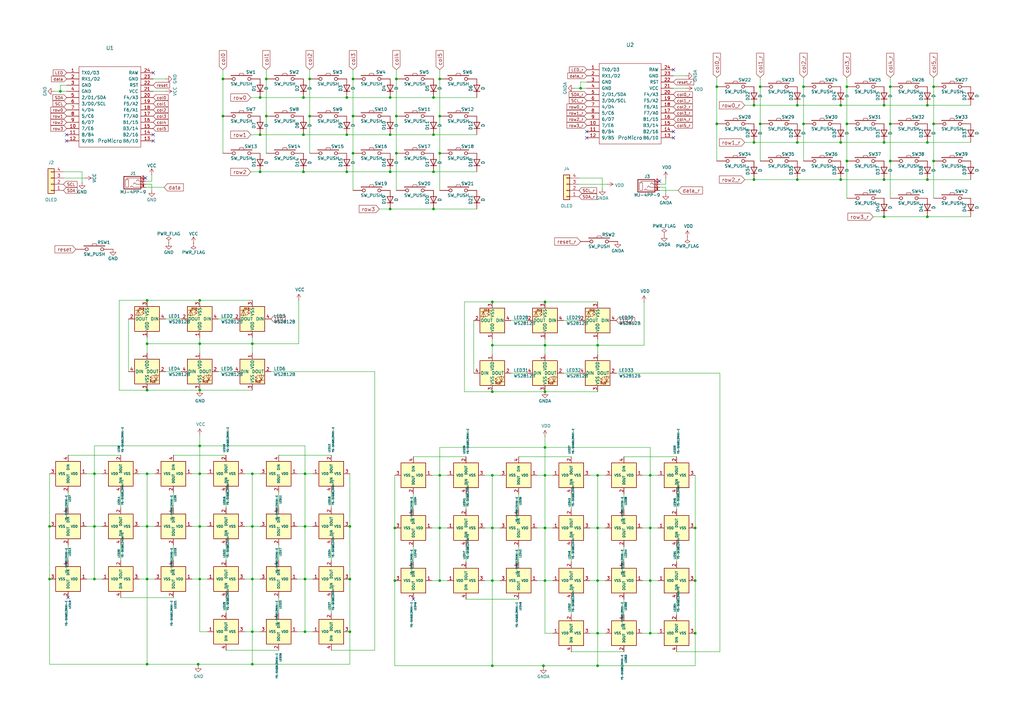
<source format=kicad_sch>
(kicad_sch (version 20231120) (generator "eeschema") (generator_version "8.0")
  (paper "A3")
  (title_block (title "Corne Cherry") (date "2020-09-28") (rev "3.0.1") (company "foostan"))
  (junction (at 344.805 73.66))
  (junction (at 311.785 35.56))
  (junction (at 103.505 140.97))
  (junction (at 127 32.385))
  (junction (at 144.78 47.625))
  (junction (at 382.905 35.56))
  (junction (at 103.505 272.415))
  (junction (at 380.365 43.18))
  (junction (at 180.34 238.125))
  (junction (at 201.93 123.825))
  (junction (at 309.245 58.42))
  (junction (at 362.585 88.9))
  (junction (at 81.915 140.97))
  (junction (at 125.095 237.49))
  (junction (at 365.125 35.56))
  (junction (at 81.915 237.49))
  (junction (at 380.365 88.9))
  (junction (at 161.925 238.125))
  (junction (at 180.34 47.625))
  (junction (at 266.7 259.715))
  (junction (at 311.785 50.8))
  (junction (at 81.915 194.31))
  (junction (at 245.11 141.605))
  (junction (at 266.7 216.535))
  (junction (at 362.585 73.66))
  (junction (at 223.52 183.515))
  (junction (at 201.93 160.655))
  (junction (at 103.505 237.49))
  (junction (at 142.24 55.245))
  (junction (at 180.34 216.535))
  (junction (at 347.345 35.56))
  (junction (at 60.325 237.49))
  (junction (at 223.52 160.655))
  (junction (at 81.915 160.02))
  (junction (at 103.505 215.9))
  (junction (at 294.005 50.8))
  (junction (at 103.505 259.08))
  (junction (at 143.51 237.49))
  (junction (at 162.56 32.385))
  (junction (at 245.11 259.715))
  (junction (at 91.44 32.385))
  (junction (at 144.78 32.385))
  (junction (at 109.22 32.385))
  (junction (at 60.325 194.31))
  (junction (at 201.93 216.535))
  (junction (at 160.02 85.725))
  (junction (at 91.44 47.625))
  (junction (at 180.34 32.385))
  (junction (at 125.095 259.08))
  (junction (at 60.325 272.415))
  (junction (at 327.025 58.42))
  (junction (at 201.93 194.945))
  (junction (at 327.025 73.66))
  (junction (at 380.365 73.66))
  (junction (at 329.565 50.8))
  (junction (at 201.93 273.05))
  (junction (at 309.245 43.18))
  (junction (at 20.32 215.9))
  (junction (at 329.565 35.56))
  (junction (at 103.505 194.31))
  (junction (at 362.585 43.18))
  (junction (at 60.325 215.9))
  (junction (at 60.325 140.97))
  (junction (at 38.735 215.9))
  (junction (at 223.52 123.825))
  (junction (at 362.585 58.42))
  (junction (at 245.11 238.125))
  (junction (at 161.925 216.535))
  (junction (at 177.8 70.485))
  (junction (at 223.52 216.535))
  (junction (at 106.68 55.245))
  (junction (at 365.125 50.8))
  (junction (at 238.125 36.195))
  (junction (at 347.345 66.04))
  (junction (at 180.34 194.945))
  (junction (at 285.115 259.715))
  (junction (at 160.02 40.005))
  (junction (at 125.095 215.9))
  (junction (at 143.51 215.9))
  (junction (at 106.68 70.485))
  (junction (at 365.125 66.04))
  (junction (at 81.915 182.88))
  (junction (at 177.8 40.005))
  (junction (at 143.51 259.08))
  (junction (at 382.905 66.04))
  (junction (at 81.915 215.9))
  (junction (at 162.56 62.865))
  (junction (at 266.7 194.945))
  (junction (at 380.365 58.42))
  (junction (at 266.7 238.125))
  (junction (at 180.34 62.865))
  (junction (at 127 47.625))
  (junction (at 201.93 141.605))
  (junction (at 245.11 273.05))
  (junction (at 160.02 55.245))
  (junction (at 81.915 123.19))
  (junction (at 327.025 43.18))
  (junction (at 60.325 123.19))
  (junction (at 223.52 238.125))
  (junction (at 142.24 70.485))
  (junction (at 344.805 43.18))
  (junction (at 201.93 238.125))
  (junction (at 285.115 216.535))
  (junction (at 177.8 85.725))
  (junction (at 223.52 194.945))
  (junction (at 124.46 55.245))
  (junction (at 24.765 37.465))
  (junction (at 38.735 237.49))
  (junction (at 294.005 35.56))
  (junction (at 125.095 194.31))
  (junction (at 162.56 47.625))
  (junction (at 38.735 194.31))
  (junction (at 285.115 238.125))
  (junction (at 309.245 73.66))
  (junction (at 245.11 194.945))
  (junction (at 245.11 216.535))
  (junction (at 142.24 40.005))
  (junction (at 81.28 272.415))
  (junction (at 144.78 62.865))
  (junction (at 344.805 58.42))
  (junction (at 20.32 237.49))
  (junction (at 160.02 70.485))
  (junction (at 382.905 50.8))
  (junction (at 109.22 47.625))
  (junction (at 222.885 273.05))
  (junction (at 223.52 141.605))
  (junction (at 347.345 50.8))
  (junction (at 124.46 70.485))
  (junction (at 177.8 55.245))
  (junction (at 106.68 40.005))
  (junction (at 124.46 40.005))
  (junction (at 60.325 160.02))
  (no_connect (at 27.305 55.245))
  (no_connect (at 62.865 55.245))
  (no_connect (at 276.225 53.975))
  (no_connect (at 169.545 245.745))
  (no_connect (at 276.225 56.515))
  (no_connect (at 59.69 73.025))
  (no_connect (at 27.305 57.785))
  (no_connect (at 62.865 57.785))
  (no_connect (at 270.51 74.295))
  (no_connect (at 62.865 29.845))
  (no_connect (at 27.94 245.11))
  (no_connect (at 240.665 53.975))
  (no_connect (at 240.665 56.515))
  (no_connect (at 276.225 28.575))
  (wire (pts (xy 125.095 182.88) (xy 125.095 194.31)))
  (wire (pts (xy 60.325 138.43) (xy 60.325 140.97)))
  (wire (pts (xy 245.11 139.065) (xy 245.11 141.605)))
  (wire (pts (xy 266.7 183.515) (xy 223.52 183.515)))
  (wire (pts (xy 125.095 237.49) (xy 125.095 215.9)))
  (wire (pts (xy 266.7 183.515) (xy 266.7 194.945)))
  (wire (pts (xy 106.68 70.485) (xy 124.46 70.485)))
  (wire (pts (xy 109.22 47.625) (xy 109.22 62.865)))
  (wire (pts (xy 142.24 55.245) (xy 160.02 55.245)))
  (wire (pts (xy 235.585 36.195) (xy 238.125 36.195)))
  (wire (pts (xy 125.095 194.31) (xy 121.92 194.31)))
  (wire (pts (xy 143.51 237.49) (xy 143.51 259.08)))
  (wire (pts (xy 220.345 238.125) (xy 223.52 238.125)))
  (wire (pts (xy 177.165 194.945) (xy 180.34 194.945)))
  (wire (pts (xy 127 28.575) (xy 127 32.385)))
  (wire (pts (xy 60.325 140.97) (xy 81.915 140.97)))
  (wire (pts (xy 38.735 215.9) (xy 41.91 215.9)))
  (wire (pts (xy 81.915 123.19) (xy 60.325 123.19)))
  (wire (pts (xy 215.9 131.445) (xy 209.55 131.445)))
  (wire (pts (xy 114.3 245.11) (xy 114.3 251.46)))
  (wire (pts (xy 223.52 141.605) (xy 245.11 141.605)))
  (wire (pts (xy 38.735 215.9) (xy 38.735 194.31)))
  (wire (pts (xy 201.93 216.535) (xy 201.93 238.125)))
  (wire (pts (xy 48.895 123.19) (xy 48.895 160.02)))
  (wire (pts (xy 344.805 73.66) (xy 362.585 73.66)))
  (wire (pts (xy 124.46 70.485) (xy 142.24 70.485)))
  (wire (pts (xy 201.93 141.605) (xy 201.93 145.415)))
  (wire (pts (xy 240.665 33.655) (xy 238.125 33.655)))
  (wire (pts (xy 241.935 216.535) (xy 245.11 216.535)))
  (wire (pts (xy 177.8 70.485) (xy 195.58 70.485)))
  (wire (pts (xy 27.94 201.93) (xy 27.94 208.28)))
  (wire (pts (xy 71.12 245.11) (xy 49.53 245.11)))
  (wire (pts (xy 277.495 187.325) (xy 255.905 187.325)))
  (wire (pts (xy 180.34 194.945) (xy 183.515 194.945)))
  (wire (pts (xy 106.68 40.005) (xy 124.46 40.005)))
  (wire (pts (xy 62.865 32.385) (xy 67.945 32.385)))
  (wire (pts (xy 220.345 216.535) (xy 223.52 216.535)))
  (wire (pts (xy 169.545 224.155) (xy 169.545 230.505)))
  (wire (pts (xy 109.22 28.575) (xy 109.22 32.385)))
  (wire (pts (xy 81.915 237.49) (xy 81.915 215.9)))
  (wire (pts (xy 60.325 140.97) (xy 60.325 144.78)))
  (wire (pts (xy 273.05 75.565) (xy 273.05 73.025)))
  (wire (pts (xy 62.23 75.565) (xy 62.23 78.105)))
  (wire (pts (xy 201.93 160.655) (xy 223.52 160.655)))
  (wire (pts (xy 209.55 153.035) (xy 215.9 153.035)))
  (wire (pts (xy 38.735 237.49) (xy 38.735 215.9)))
  (wire (pts (xy 144.78 62.865) (xy 144.78 78.105)))
  (wire (pts (xy 266.7 216.535) (xy 269.875 216.535)))
  (wire (pts (xy 35.56 215.9) (xy 38.735 215.9)))
  (wire (pts (xy 162.56 62.865) (xy 162.56 78.105)))
  (wire (pts (xy 347.345 35.56) (xy 347.345 50.8)))
  (wire (pts (xy 125.095 259.08) (xy 125.095 237.49)))
  (wire (pts (xy 180.34 216.535) (xy 183.515 216.535)))
  (wire (pts (xy 81.28 272.415) (xy 103.505 272.415)))
  (wire (pts (xy 22.225 37.465) (xy 24.765 37.465)))
  (wire (pts (xy 198.755 238.125) (xy 201.93 238.125)))
  (wire (pts (xy 311.785 35.56) (xy 311.785 50.8)))
  (wire (pts (xy 247.015 73.025) (xy 247.015 77.47)))
  (wire (pts (xy 62.865 37.465) (xy 67.945 37.465)))
  (wire (pts (xy 329.565 35.56) (xy 329.565 50.8)))
  (wire (pts (xy 382.905 50.8) (xy 382.905 66.04)))
  (wire (pts (xy 81.915 259.08) (xy 85.09 259.08)))
  (wire (pts (xy 92.71 229.87) (xy 92.71 223.52)))
  (wire (pts (xy 347.345 31.75) (xy 347.345 35.56)))
  (wire (pts (xy 57.15 194.31) (xy 60.325 194.31)))
  (wire (pts (xy 294.005 31.75) (xy 294.005 35.56)))
  (wire (pts (xy 264.16 141.605) (xy 264.16 123.825)))
  (wire (pts (xy 78.74 237.49) (xy 81.915 237.49)))
  (wire (pts (xy 255.905 245.745) (xy 255.905 252.095)))
  (wire (pts (xy 201.93 216.535) (xy 205.105 216.535)))
  (wire (pts (xy 362.585 58.42) (xy 380.365 58.42)))
  (wire (pts (xy 102.87 40.005) (xy 106.68 40.005)))
  (wire (pts (xy 380.365 58.42) (xy 398.145 58.42)))
  (wire (pts (xy 91.44 28.575) (xy 91.44 32.385)))
  (wire (pts (xy 81.28 272.415) (xy 81.28 273.05)))
  (wire (pts (xy 103.505 237.49) (xy 106.68 237.49)))
  (wire (pts (xy 223.52 179.07) (xy 223.52 183.515)))
  (wire (pts (xy 223.52 183.515) (xy 180.34 183.515)))
  (wire (pts (xy 238.125 36.195) (xy 240.665 36.195)))
  (wire (pts (xy 191.135 187.325) (xy 169.545 187.325)))
  (wire (pts (xy 103.505 138.43) (xy 103.505 140.97)))
  (wire (pts (xy 160.02 55.245) (xy 177.8 55.245)))
  (wire (pts (xy 365.125 50.8) (xy 365.125 66.04)))
  (wire (pts (xy 127 47.625) (xy 127 62.865)))
  (wire (pts (xy 106.68 55.245) (xy 124.46 55.245)))
  (wire (pts (xy 252.73 153.035) (xy 295.275 153.035)))
  (wire (pts (xy 161.925 194.945) (xy 161.925 216.535)))
  (wire (pts (xy 92.71 186.69) (xy 71.12 186.69)))
  (wire (pts (xy 255.905 267.335) (xy 234.315 267.335)))
  (wire (pts (xy 92.71 208.28) (xy 92.71 201.93)))
  (wire (pts (xy 358.14 88.9) (xy 362.585 88.9)))
  (wire (pts (xy 273.05 76.835) (xy 273.05 79.375)))
  (wire (pts (xy 144.78 47.625) (xy 144.78 62.865)))
  (wire (pts (xy 62.23 74.295) (xy 62.23 71.755)))
  (wire (pts (xy 245.11 238.125) (xy 245.11 259.715)))
  (wire (pts (xy 223.52 216.535) (xy 223.52 194.945)))
  (wire (pts (xy 103.505 123.19) (xy 81.915 123.19)))
  (wire (pts (xy 71.12 223.52) (xy 71.12 229.87)))
  (wire (pts (xy 95.885 130.81) (xy 89.535 130.81)))
  (wire (pts (xy 198.755 216.535) (xy 201.93 216.535)))
  (wire (pts (xy 266.7 238.125) (xy 266.7 216.535)))
  (wire (pts (xy 285.115 273.05) (xy 245.11 273.05)))
  (wire (pts (xy 60.325 194.31) (xy 60.325 215.9)))
  (wire (pts (xy 161.925 238.125) (xy 161.925 273.05)))
  (wire (pts (xy 57.15 215.9) (xy 60.325 215.9)))
  (wire (pts (xy 248.285 259.715) (xy 245.11 259.715)))
  (wire (pts (xy 201.93 141.605) (xy 223.52 141.605)))
  (wire (pts (xy 329.565 50.8) (xy 329.565 66.04)))
  (wire (pts (xy 161.925 216.535) (xy 161.925 238.125)))
  (wire (pts (xy 20.32 194.31) (xy 20.32 215.9)))
  (wire (pts (xy 212.725 208.915) (xy 212.725 202.565)))
  (wire (pts (xy 135.89 186.69) (xy 114.3 186.69)))
  (wire (pts (xy 347.345 66.04) (xy 347.345 81.28)))
  (wire (pts (xy 48.895 160.02) (xy 60.325 160.02)))
  (wire (pts (xy 270.51 78.105) (xy 278.13 78.105)))
  (wire (pts (xy 60.325 123.19) (xy 48.895 123.19)))
  (wire (pts (xy 124.46 55.245) (xy 142.24 55.245)))
  (wire (pts (xy 198.755 194.945) (xy 201.93 194.945)))
  (wire (pts (xy 49.53 208.28) (xy 49.53 201.93)))
  (wire (pts (xy 285.115 194.945) (xy 285.115 216.535)))
  (wire (pts (xy 91.44 32.385) (xy 91.44 47.625)))
  (wire (pts (xy 294.005 50.8) (xy 294.005 66.04)))
  (wire (pts (xy 201.93 123.825) (xy 190.5 123.825)))
  (wire (pts (xy 212.725 224.155) (xy 212.725 230.505)))
  (wire (pts (xy 201.93 194.945) (xy 201.93 216.535)))
  (wire (pts (xy 311.785 50.8) (xy 311.785 66.04)))
  (wire (pts (xy 153.67 266.7) (xy 135.89 266.7)))
  (wire (pts (xy 245.11 216.535) (xy 245.11 238.125)))
  (wire (pts (xy 177.165 238.125) (xy 180.34 238.125)))
  (wire (pts (xy 344.805 58.42) (xy 362.585 58.42)))
  (wire (pts (xy 128.27 194.31) (xy 125.095 194.31)))
  (wire (pts (xy 135.89 245.11) (xy 135.89 251.46)))
  (wire (pts (xy 263.525 216.535) (xy 266.7 216.535)))
  (wire (pts (xy 81.915 140.97) (xy 103.505 140.97)))
  (wire (pts (xy 277.495 202.565) (xy 277.495 208.915)))
  (wire (pts (xy 380.365 88.9) (xy 398.145 88.9)))
  (wire (pts (xy 142.24 40.005) (xy 160.02 40.005)))
  (wire (pts (xy 121.92 237.49) (xy 125.095 237.49)))
  (wire (pts (xy 191.135 208.915) (xy 191.135 202.565)))
  (wire (pts (xy 309.245 73.66) (xy 327.025 73.66)))
  (wire (pts (xy 125.095 259.08) (xy 121.92 259.08)))
  (wire (pts (xy 41.91 237.49) (xy 38.735 237.49)))
  (wire (pts (xy 269.875 194.945) (xy 266.7 194.945)))
  (wire (pts (xy 190.5 160.655) (xy 201.93 160.655)))
  (wire (pts (xy 263.525 238.125) (xy 266.7 238.125)))
  (wire (pts (xy 49.53 229.87) (xy 49.53 223.52)))
  (wire (pts (xy 103.505 194.31) (xy 103.505 215.9)))
  (wire (pts (xy 277.495 245.745) (xy 277.495 252.095)))
  (wire (pts (xy 245.11 194.945) (xy 245.11 216.535)))
  (wire (pts (xy 74.295 130.81) (xy 67.945 130.81)))
  (wire (pts (xy 63.5 194.31) (xy 60.325 194.31)))
  (wire (pts (xy 201.93 238.125) (xy 205.105 238.125)))
  (wire (pts (xy 205.105 194.945) (xy 201.93 194.945)))
  (wire (pts (xy 81.915 160.02) (xy 103.505 160.02)))
  (wire (pts (xy 344.805 43.18) (xy 362.585 43.18)))
  (wire (pts (xy 103.505 215.9) (xy 103.505 237.49)))
  (wire (pts (xy 162.56 28.575) (xy 162.56 32.385)))
  (wire (pts (xy 81.915 237.49) (xy 81.915 259.08)))
  (wire (pts (xy 20.32 237.49) (xy 20.32 272.415)))
  (wire (pts (xy 114.3 223.52) (xy 114.3 229.87)))
  (wire (pts (xy 223.52 238.125) (xy 223.52 259.715)))
  (wire (pts (xy 223.52 160.655) (xy 245.11 160.655)))
  (wire (pts (xy 125.095 215.9) (xy 128.27 215.9)))
  (wire (pts (xy 234.315 208.915) (xy 234.315 202.565)))
  (wire (pts (xy 71.12 208.28) (xy 71.12 201.93)))
  (wire (pts (xy 155.575 85.725) (xy 160.02 85.725)))
  (wire (pts (xy 294.005 35.56) (xy 294.005 50.8)))
  (wire (pts (xy 81.915 182.88) (xy 38.735 182.88)))
  (wire (pts (xy 160.02 40.005) (xy 177.8 40.005)))
  (wire (pts (xy 362.585 43.18) (xy 380.365 43.18)))
  (wire (pts (xy 255.905 202.565) (xy 255.905 208.915)))
  (wire (pts (xy 103.505 140.97) (xy 103.505 144.78)))
  (wire (pts (xy 365.125 66.04) (xy 365.125 81.28)))
  (wire (pts (xy 143.51 272.415) (xy 103.505 272.415)))
  (wire (pts (xy 237.49 75.565) (xy 248.92 75.565)))
  (wire (pts (xy 295.275 153.035) (xy 295.275 267.335)))
  (wire (pts (xy 269.875 259.715) (xy 266.7 259.715)))
  (wire (pts (xy 248.285 194.945) (xy 245.11 194.945)))
  (wire (pts (xy 125.095 237.49) (xy 128.27 237.49)))
  (wire (pts (xy 49.53 186.69) (xy 27.94 186.69)))
  (wire (pts (xy 285.115 216.535) (xy 285.115 238.125)))
  (wire (pts (xy 266.7 194.945) (xy 263.525 194.945)))
  (wire (pts (xy 223.52 238.125) (xy 223.52 216.535)))
  (wire (pts (xy 365.125 31.75) (xy 365.125 35.56)))
  (wire (pts (xy 237.49 73.025) (xy 247.015 73.025)))
  (wire (pts (xy 266.7 259.715) (xy 263.525 259.715)))
  (wire (pts (xy 67.945 152.4) (xy 74.295 152.4)))
  (wire (pts (xy 106.68 194.31) (xy 103.505 194.31)))
  (wire (pts (xy 305.435 58.42) (xy 309.245 58.42)))
  (wire (pts (xy 100.33 194.31) (xy 103.505 194.31)))
  (wire (pts (xy 191.135 230.505) (xy 191.135 224.155)))
  (wire (pts (xy 380.365 73.66) (xy 398.145 73.66)))
  (wire (pts (xy 380.365 43.18) (xy 398.145 43.18)))
  (wire (pts (xy 153.67 152.4) (xy 153.67 266.7)))
  (wire (pts (xy 277.495 224.155) (xy 277.495 230.505)))
  (wire (pts (xy 365.125 35.56) (xy 365.125 50.8)))
  (wire (pts (xy 183.515 238.125) (xy 180.34 238.125)))
  (wire (pts (xy 60.325 215.9) (xy 63.5 215.9)))
  (wire (pts (xy 35.56 194.31) (xy 38.735 194.31)))
  (wire (pts (xy 103.505 259.08) (xy 100.33 259.08)))
  (wire (pts (xy 177.8 85.725) (xy 195.58 85.725)))
  (wire (pts (xy 100.33 215.9) (xy 103.505 215.9)))
  (wire (pts (xy 245.11 259.715) (xy 241.935 259.715)))
  (wire (pts (xy 241.935 238.125) (xy 245.11 238.125)))
  (wire (pts (xy 57.15 237.49) (xy 60.325 237.49)))
  (wire (pts (xy 38.735 194.31) (xy 38.735 182.88)))
  (wire (pts (xy 111.125 152.4) (xy 153.67 152.4)))
  (wire (pts (xy 362.585 88.9) (xy 380.365 88.9)))
  (wire (pts (xy 285.115 238.125) (xy 285.115 259.715)))
  (wire (pts (xy 234.315 187.325) (xy 212.725 187.325)))
  (wire (pts (xy 26.035 73.025) (xy 34.925 73.025)))
  (wire (pts (xy 128.27 259.08) (xy 125.095 259.08)))
  (wire (pts (xy 78.74 194.31) (xy 81.915 194.31)))
  (wire (pts (xy 59.69 74.295) (xy 62.23 74.295)))
  (wire (pts (xy 102.87 55.245) (xy 106.68 55.245)))
  (wire (pts (xy 38.735 194.31) (xy 41.91 194.31)))
  (wire (pts (xy 223.52 194.945) (xy 223.52 183.515)))
  (wire (pts (xy 60.325 215.9) (xy 60.325 237.49)))
  (wire (pts (xy 81.915 237.49) (xy 85.09 237.49)))
  (wire (pts (xy 162.56 47.625) (xy 162.56 62.865)))
  (wire (pts (xy 382.905 66.04) (xy 382.905 81.28)))
  (wire (pts (xy 270.51 75.565) (xy 273.05 75.565)))
  (wire (pts (xy 223.52 141.605) (xy 223.52 145.415)))
  (wire (pts (xy 35.56 237.49) (xy 38.735 237.49)))
  (wire (pts (xy 143.51 194.31) (xy 143.51 215.9)))
  (wire (pts (xy 309.245 43.18) (xy 327.025 43.18)))
  (wire (pts (xy 309.245 58.42) (xy 327.025 58.42)))
  (wire (pts (xy 223.52 194.945) (xy 226.695 194.945)))
  (wire (pts (xy 223.52 123.825) (xy 201.93 123.825)))
  (wire (pts (xy 127 32.385) (xy 127 47.625)))
  (wire (pts (xy 143.51 215.9) (xy 143.51 237.49)))
  (wire (pts (xy 92.71 251.46) (xy 92.71 245.11)))
  (wire (pts (xy 201.93 238.125) (xy 201.93 273.05)))
  (wire (pts (xy 160.02 85.725) (xy 177.8 85.725)))
  (wire (pts (xy 103.505 237.49) (xy 103.505 259.08)))
  (wire (pts (xy 327.025 73.66) (xy 344.805 73.66)))
  (wire (pts (xy 59.69 76.835) (xy 67.31 76.835)))
  (wire (pts (xy 177.165 216.535) (xy 180.34 216.535)))
  (wire (pts (xy 223.52 259.715) (xy 226.695 259.715)))
  (wire (pts (xy 285.115 259.715) (xy 285.115 273.05)))
  (wire (pts (xy 142.24 70.485) (xy 160.02 70.485)))
  (wire (pts (xy 162.56 32.385) (xy 162.56 47.625)))
  (wire (pts (xy 52.705 130.81) (xy 52.705 152.4)))
  (wire (pts (xy 362.585 73.66) (xy 380.365 73.66)))
  (wire (pts (xy 91.44 47.625) (xy 91.44 62.865)))
  (wire (pts (xy 27.305 34.925) (xy 24.765 34.925)))
  (wire (pts (xy 270.51 76.835) (xy 273.05 76.835)))
  (wire (pts (xy 194.31 131.445) (xy 194.31 153.035)))
  (wire (pts (xy 212.725 245.745) (xy 191.135 245.745)))
  (wire (pts (xy 100.33 237.49) (xy 103.505 237.49)))
  (wire (pts (xy 382.905 31.75) (xy 382.905 35.56)))
  (wire (pts (xy 24.765 34.925) (xy 24.765 37.465)))
  (wire (pts (xy 20.32 215.9) (xy 20.32 237.49)))
  (wire (pts (xy 27.94 223.52) (xy 27.94 229.87)))
  (wire (pts (xy 143.51 259.08) (xy 143.51 272.415)))
  (wire (pts (xy 347.345 50.8) (xy 347.345 66.04)))
  (wire (pts (xy 60.325 160.02) (xy 81.915 160.02)))
  (wire (pts (xy 276.225 36.195) (xy 281.305 36.195)))
  (wire (pts (xy 201.93 273.05) (xy 222.885 273.05)))
  (wire (pts (xy 311.785 31.75) (xy 311.785 35.56)))
  (wire (pts (xy 144.78 32.385) (xy 144.78 47.625)))
  (wire (pts (xy 220.345 194.945) (xy 223.52 194.945)))
  (wire (pts (xy 114.3 201.93) (xy 114.3 208.28)))
  (wire (pts (xy 327.025 43.18) (xy 344.805 43.18)))
  (wire (pts (xy 60.325 272.415) (xy 20.32 272.415)))
  (wire (pts (xy 180.34 47.625) (xy 180.34 62.865)))
  (wire (pts (xy 180.34 32.385) (xy 180.34 47.625)))
  (wire (pts (xy 245.11 141.605) (xy 245.11 145.415)))
  (wire (pts (xy 223.52 238.125) (xy 226.695 238.125)))
  (wire (pts (xy 81.915 178.435) (xy 81.915 182.88)))
  (wire (pts (xy 177.8 55.245) (xy 195.58 55.245)))
  (wire (pts (xy 180.34 194.945) (xy 180.34 183.515)))
  (wire (pts (xy 103.505 215.9) (xy 106.68 215.9)))
  (wire (pts (xy 81.915 215.9) (xy 85.09 215.9)))
  (wire (pts (xy 245.11 123.825) (xy 223.52 123.825)))
  (wire (pts (xy 177.8 40.005) (xy 195.58 40.005)))
  (wire (pts (xy 33.655 74.93) (xy 33.655 70.485)))
  (wire (pts (xy 266.7 194.945) (xy 266.7 216.535)))
  (wire (pts (xy 106.68 259.08) (xy 103.505 259.08)))
  (wire (pts (xy 121.92 215.9) (xy 125.095 215.9)))
  (wire (pts (xy 180.34 238.125) (xy 180.34 216.535)))
  (wire (pts (xy 190.5 123.825) (xy 190.5 160.655)))
  (wire (pts (xy 223.52 139.065) (xy 223.52 141.605)))
  (wire (pts (xy 201.93 273.05) (xy 161.925 273.05)))
  (wire (pts (xy 103.505 140.97) (xy 122.555 140.97)))
  (wire (pts (xy 125.095 182.88) (xy 81.915 182.88)))
  (wire (pts (xy 245.11 259.715) (xy 245.11 273.05)))
  (wire (pts (xy 327.025 58.42) (xy 344.805 58.42)))
  (wire (pts (xy 223.52 216.535) (xy 226.695 216.535)))
  (wire (pts (xy 245.11 238.125) (xy 248.285 238.125)))
  (wire (pts (xy 245.11 141.605) (xy 264.16 141.605)))
  (wire (pts (xy 266.7 238.125) (xy 269.875 238.125)))
  (wire (pts (xy 135.89 201.93) (xy 135.89 208.28)))
  (wire (pts (xy 295.275 267.335) (xy 277.495 267.335)))
  (wire (pts (xy 241.935 194.945) (xy 245.11 194.945)))
  (wire (pts (xy 231.14 153.035) (xy 237.49 153.035)))
  (wire (pts (xy 238.125 33.655) (xy 238.125 36.195)))
  (wire (pts (xy 245.11 216.535) (xy 248.285 216.535)))
  (wire (pts (xy 180.34 216.535) (xy 180.34 194.945)))
  (wire (pts (xy 102.87 70.485) (xy 106.68 70.485)))
  (wire (pts (xy 169.545 202.565) (xy 169.545 208.915)))
  (wire (pts (xy 276.225 31.115) (xy 281.305 31.115)))
  (wire (pts (xy 59.69 75.565) (xy 62.23 75.565)))
  (wire (pts (xy 180.34 62.865) (xy 180.34 78.105)))
  (wire (pts (xy 81.915 140.97) (xy 81.915 144.78)))
  (wire (pts (xy 60.325 237.49) (xy 63.5 237.49)))
  (wire (pts (xy 234.315 230.505) (xy 234.315 224.155)))
  (wire (pts (xy 89.535 152.4) (xy 95.885 152.4)))
  (wire (pts (xy 222.885 273.05) (xy 222.885 273.685)))
  (wire (pts (xy 222.885 273.05) (xy 245.11 273.05)))
  (wire (pts (xy 114.3 266.7) (xy 92.71 266.7)))
  (wire (pts (xy 24.765 37.465) (xy 27.305 37.465)))
  (wire (pts (xy 125.095 194.31) (xy 125.095 215.9)))
  (wire (pts (xy 78.74 215.9) (xy 81.915 215.9)))
  (wire (pts (xy 266.7 259.715) (xy 266.7 238.125)))
  (wire (pts (xy 109.22 32.385) (xy 109.22 47.625)))
  (wire (pts (xy 305.435 43.18) (xy 309.245 43.18)))
  (wire (pts (xy 81.915 194.31) (xy 85.09 194.31)))
  (wire (pts (xy 201.93 139.065) (xy 201.93 141.605)))
  (wire (pts (xy 81.915 138.43) (xy 81.915 140.97)))
  (wire (pts (xy 135.89 223.52) (xy 135.89 229.87)))
  (wire (pts (xy 122.555 140.97) (xy 122.555 123.19)))
  (wire (pts (xy 103.505 259.08) (xy 103.505 272.415)))
  (wire (pts (xy 255.905 224.155) (xy 255.905 230.505)))
  (wire (pts (xy 237.49 131.445) (xy 231.14 131.445)))
  (wire (pts (xy 144.78 28.575) (xy 144.78 32.385)))
  (wire (pts (xy 234.315 252.095) (xy 234.315 245.745)))
  (wire (pts (xy 329.565 31.75) (xy 329.565 35.56)))
  (wire (pts (xy 124.46 40.005) (xy 142.24 40.005)))
  (wire (pts (xy 305.435 73.66) (xy 309.245 73.66)))
  (wire (pts (xy 33.655 70.485) (xy 26.035 70.485)))
  (wire (pts (xy 180.34 28.575) (xy 180.34 32.385)))
  (wire (pts (xy 160.02 70.485) (xy 177.8 70.485)))
  (wire (pts (xy 60.325 237.49) (xy 60.325 272.415)))
  (wire (pts (xy 81.915 215.9) (xy 81.915 194.31)))
  (wire (pts (xy 60.325 272.415) (xy 81.28 272.415)))
  (wire (pts (xy 382.905 35.56) (xy 382.905 50.8)))
  (wire (pts (xy 81.915 194.31) (xy 81.915 182.88)))
  (global_label "row0_r" (shape input) (at 305.435 43.18 180) (effects (font (size 1.524 1.524))) (property "Intersheetrefs" "${INTERSHEET_REFS}" (effects (hide yes))))
  (global_label "LED_r" (shape input) (at 252.73 131.445 0) (property "Intersheetrefs" "${INTERSHEET_REFS}" (effects (hide yes))))
  (global_label "col4" (shape input) (at 162.56 28.575 90) (effects (font (size 1.524 1.524))) (property "Intersheetrefs" "${INTERSHEET_REFS}" (effects (hide yes))))
  (global_label "col5" (shape input) (at 62.865 52.705 0) (effects (font (size 1.1938 1.1938))) (property "Intersheetrefs" "${INTERSHEET_REFS}" (effects (hide yes))))
  (global_label "col3_r" (shape input) (at 276.225 46.355 0) (effects (font (size 1.1938 1.1938))) (property "Intersheetrefs" "${INTERSHEET_REFS}" (effects (hide yes))))
  (global_label "row2" (shape input) (at 27.305 50.165 180) (effects (font (size 1.1938 1.1938))) (property "Intersheetrefs" "${INTERSHEET_REFS}" (effects (hide yes))))
  (global_label "row3" (shape input) (at 155.575 85.725 180) (effects (font (size 1.524 1.524))) (property "Intersheetrefs" "${INTERSHEET_REFS}" (effects (hide yes))))
  (global_label "col0" (shape input) (at 91.44 28.575 90) (effects (font (size 1.524 1.524))) (property "Intersheetrefs" "${INTERSHEET_REFS}" (effects (hide yes))))
  (global_label "col2_r" (shape input) (at 329.565 31.75 90) (effects (font (size 1.524 1.524))) (property "Intersheetrefs" "${INTERSHEET_REFS}" (effects (hide yes))))
  (global_label "col5" (shape input) (at 180.34 28.575 90) (effects (font (size 1.524 1.524))) (property "Intersheetrefs" "${INTERSHEET_REFS}" (effects (hide yes))))
  (global_label "col2" (shape input) (at 127 28.575 90) (effects (font (size 1.524 1.524))) (property "Intersheetrefs" "${INTERSHEET_REFS}" (effects (hide yes))))
  (global_label "SDA" (shape input) (at 26.035 78.105 0) (effects (font (size 1.1938 1.1938))) (property "Intersheetrefs" "${INTERSHEET_REFS}" (effects (hide yes))))
  (global_label "col1_r" (shape input) (at 276.225 41.275 0) (effects (font (size 1.1938 1.1938))) (property "Intersheetrefs" "${INTERSHEET_REFS}" (effects (hide yes))))
  (global_label "col1_r" (shape input) (at 311.785 31.75 90) (effects (font (size 1.524 1.524))) (property "Intersheetrefs" "${INTERSHEET_REFS}" (effects (hide yes))))
  (global_label "reset" (shape input) (at 31.115 102.235 180) (effects (font (size 1.524 1.524))) (property "Intersheetrefs" "${INTERSHEET_REFS}" (effects (hide yes))))
  (global_label "col3_r" (shape input) (at 347.345 31.75 90) (effects (font (size 1.524 1.524))) (property "Intersheetrefs" "${INTERSHEET_REFS}" (effects (hide yes))))
  (global_label "SDA_r" (shape input) (at 237.49 80.645 0) (effects (font (size 1.1938 1.1938))) (property "Intersheetrefs" "${INTERSHEET_REFS}" (effects (hide yes))))
  (global_label "LED" (shape input) (at 111.125 130.81 0) (property "Intersheetrefs" "${INTERSHEET_REFS}" (effects (hide yes))))
  (global_label "col5_r" (shape input) (at 276.225 51.435 0) (effects (font (size 1.1938 1.1938))) (property "Intersheetrefs" "${INTERSHEET_REFS}" (effects (hide yes))))
  (global_label "LED_r" (shape input) (at 240.665 28.575 180) (effects (font (size 1.1938 1.1938))) (property "Intersheetrefs" "${INTERSHEET_REFS}" (effects (hide yes))))
  (global_label "row3_r" (shape input) (at 240.665 51.435 180) (effects (font (size 1.1938 1.1938))) (property "Intersheetrefs" "${INTERSHEET_REFS}" (effects (hide yes))))
  (global_label "col3" (shape input) (at 144.78 28.575 90) (effects (font (size 1.524 1.524))) (property "Intersheetrefs" "${INTERSHEET_REFS}" (effects (hide yes))))
  (global_label "row0" (shape input) (at 102.87 40.005 180) (effects (font (size 1.524 1.524))) (property "Intersheetrefs" "${INTERSHEET_REFS}" (effects (hide yes))))
  (global_label "row1_r" (shape input) (at 305.435 58.42 180) (effects (font (size 1.524 1.524))) (property "Intersheetrefs" "${INTERSHEET_REFS}" (effects (hide yes))))
  (global_label "row2_r" (shape input) (at 240.665 48.895 180) (effects (font (size 1.1938 1.1938))) (property "Intersheetrefs" "${INTERSHEET_REFS}" (effects (hide yes))))
  (global_label "row0" (shape input) (at 27.305 45.085 180) (effects (font (size 1.1938 1.1938))) (property "Intersheetrefs" "${INTERSHEET_REFS}" (effects (hide yes))))
  (global_label "row2_r" (shape input) (at 305.435 73.66 180) (effects (font (size 1.524 1.524))) (property "Intersheetrefs" "${INTERSHEET_REFS}" (effects (hide yes))))
  (global_label "col4" (shape input) (at 62.865 50.165 0) (effects (font (size 1.1938 1.1938))) (property "Intersheetrefs" "${INTERSHEET_REFS}" (effects (hide yes))))
  (global_label "SCL" (shape input) (at 27.305 42.545 180) (effects (font (size 1.1938 1.1938))) (property "Intersheetrefs" "${INTERSHEET_REFS}" (effects (hide yes))))
  (global_label "col5_r" (shape input) (at 382.905 31.75 90) (effects (font (size 1.524 1.524))) (property "Intersheetrefs" "${INTERSHEET_REFS}" (effects (hide yes))))
  (global_label "row0_r" (shape input) (at 240.665 43.815 180) (effects (font (size 1.1938 1.1938))) (property "Intersheetrefs" "${INTERSHEET_REFS}" (effects (hide yes))))
  (global_label "data_r" (shape input) (at 240.665 31.115 180) (effects (font (size 1.1938 1.1938))) (property "Intersheetrefs" "${INTERSHEET_REFS}" (effects (hide yes))))
  (global_label "col0_r" (shape input) (at 294.005 31.75 90) (effects (font (size 1.524 1.524))) (property "Intersheetrefs" "${INTERSHEET_REFS}" (effects (hide yes))))
  (global_label "row1" (shape input) (at 102.87 55.245 180) (effects (font (size 1.524 1.524))) (property "Intersheetrefs" "${INTERSHEET_REFS}" (effects (hide yes))))
  (global_label "reset_r" (shape input) (at 238.125 99.06 180) (effects (font (size 1.524 1.524))) (property "Intersheetrefs" "${INTERSHEET_REFS}" (effects (hide yes))))
  (global_label "row1" (shape input) (at 27.305 47.625 180) (effects (font (size 1.1938 1.1938))) (property "Intersheetrefs" "${INTERSHEET_REFS}" (effects (hide yes))))
  (global_label "row3" (shape input) (at 27.305 52.705 180) (effects (font (size 1.1938 1.1938))) (property "Intersheetrefs" "${INTERSHEET_REFS}" (effects (hide yes))))
  (global_label "col2" (shape input) (at 62.865 45.085 0) (effects (font (size 1.1938 1.1938))) (property "Intersheetrefs" "${INTERSHEET_REFS}" (effects (hide yes))))
  (global_label "col0" (shape input) (at 62.865 40.005 0) (effects (font (size 1.1938 1.1938))) (property "Intersheetrefs" "${INTERSHEET_REFS}" (effects (hide yes))))
  (global_label "col4_r" (shape input) (at 365.125 31.75 90) (effects (font (size 1.524 1.524))) (property "Intersheetrefs" "${INTERSHEET_REFS}" (effects (hide yes))))
  (global_label "row1_r" (shape input) (at 240.665 46.355 180) (effects (font (size 1.1938 1.1938))) (property "Intersheetrefs" "${INTERSHEET_REFS}" (effects (hide yes))))
  (global_label "SDA_r" (shape input) (at 240.665 38.735 180) (effects (font (size 1.1938 1.1938))) (property "Intersheetrefs" "${INTERSHEET_REFS}" (effects (hide yes))))
  (global_label "data" (shape input) (at 27.305 32.385 180) (effects (font (size 1.1938 1.1938))) (property "Intersheetrefs" "${INTERSHEET_REFS}" (effects (hide yes))))
  (global_label "reset" (shape input) (at 62.865 34.925 0) (effects (font (size 1.1938 1.1938))) (property "Intersheetrefs" "${INTERSHEET_REFS}" (effects (hide yes))))
  (global_label "reset_r" (shape input) (at 276.225 33.655 0) (effects (font (size 1.1938 1.1938))) (property "Intersheetrefs" "${INTERSHEET_REFS}" (effects (hide yes))))
  (global_label "data" (shape input) (at 67.31 76.835 0) (effects (font (size 1.524 1.524))) (property "Intersheetrefs" "${INTERSHEET_REFS}" (effects (hide yes))))
  (global_label "row3_r" (shape input) (at 358.14 88.9 180) (effects (font (size 1.524 1.524))) (property "Intersheetrefs" "${INTERSHEET_REFS}" (effects (hide yes))))
  (global_label "SDA" (shape input) (at 27.305 40.005 180) (effects (font (size 1.1938 1.1938))) (property "Intersheetrefs" "${INTERSHEET_REFS}" (effects (hide yes))))
  (global_label "SCL_r" (shape input) (at 240.665 41.275 180) (effects (font (size 1.1938 1.1938))) (property "Intersheetrefs" "${INTERSHEET_REFS}" (effects (hide yes))))
  (global_label "col0_r" (shape input) (at 276.225 38.735 0) (effects (font (size 1.1938 1.1938))) (property "Intersheetrefs" "${INTERSHEET_REFS}" (effects (hide yes))))
  (global_label "LED" (shape input) (at 27.305 29.845 180) (effects (font (size 1.1938 1.1938))) (property "Intersheetrefs" "${INTERSHEET_REFS}" (effects (hide yes))))
  (global_label "data_r" (shape input) (at 278.13 78.105 0) (effects (font (size 1.524 1.524))) (property "Intersheetrefs" "${INTERSHEET_REFS}" (effects (hide yes))))
  (global_label "row2" (shape input) (at 102.87 70.485 180) (effects (font (size 1.524 1.524))) (property "Intersheetrefs" "${INTERSHEET_REFS}" (effects (hide yes))))
  (global_label "col2_r" (shape input) (at 276.225 43.815 0) (effects (font (size 1.1938 1.1938))) (property "Intersheetrefs" "${INTERSHEET_REFS}" (effects (hide yes))))
  (global_label "col3" (shape input) (at 62.865 47.625 0) (effects (font (size 1.1938 1.1938))) (property "Intersheetrefs" "${INTERSHEET_REFS}" (effects (hide yes))))
  (global_label "SCL" (shape input) (at 26.035 75.565 0) (effects (font (size 1.1938 1.1938))) (property "Intersheetrefs" "${INTERSHEET_REFS}" (effects (hide yes))))
  (global_label "SCL_r" (shape input) (at 237.49 78.105 0) (effects (font (size 1.1938 1.1938))) (property "Intersheetrefs" "${INTERSHEET_REFS}" (effects (hide yes))))
  (global_label "col4_r" (shape input) (at 276.225 48.895 0) (effects (font (size 1.1938 1.1938))) (property "Intersheetrefs" "${INTERSHEET_REFS}" (effects (hide yes))))
  (global_label "col1" (shape input) (at 109.22 28.575 90) (effects (font (size 1.524 1.524))) (property "Intersheetrefs" "${INTERSHEET_REFS}" (effects (hide yes))))
  (global_label "col1" (shape input) (at 62.865 42.545 0) (effects (font (size 1.1938 1.1938))) (property "Intersheetrefs" "${INTERSHEET_REFS}" (effects (hide yes))))
  (symbol (lib_id "kbd:ProMicro") (at 45.085 43.815 0) (unit 1)
    (property "Reference" "U1" (at 45.085 19.685 0) (effects (font (size 1.524 1.524))))
    (property "Value" "ProMicro" (at 45.085 57.785 0) (effects (font (size 1.524 1.524))))
    (property "Footprint" "kbd:ProMicro_v3" (effects (hide yes)))
  )
  (symbol (lib_id "kbd:SW_PUSH") (at 116.84 32.385 0) (unit 1)
    (property "Reference" "SW2" (at 120.65 29.591 0))
    (property "Value" "SW_PUSH" (at 116.84 34.417 0))
    (property "Footprint" "kbd:CherryMX_Hotswap" (effects (hide yes)))
  )
  (symbol (lib_id "Device:D") (at 124.46 36.195 90) (unit 1)
    (property "Reference" "D2" (at 121.92 36.195 0))
    (property "Value" "D" (at 127 36.195 0))
    (property "Footprint" "kbd:D3_SMD_v2" (effects (hide yes)))
  )
  (symbol (lib_id "kbd:SW_PUSH") (at 134.62 32.385 0) (unit 1)
    (property "Reference" "SW3" (at 138.43 29.591 0))
    (property "Value" "SW_PUSH" (at 134.62 34.417 0))
    (property "Footprint" "kbd:CherryMX_Hotswap" (effects (hide yes)))
  )
  (symbol (lib_id "Device:D") (at 142.24 36.195 90) (unit 1)
    (property "Reference" "D3" (at 139.7 36.195 0))
    (property "Value" "D" (at 144.78 36.195 0))
    (property "Footprint" "kbd:D3_SMD_v2" (effects (hide yes)))
  )
  (symbol (lib_id "kbd:SW_PUSH") (at 152.4 32.385 0) (unit 1)
    (property "Reference" "SW4" (at 156.21 29.591 0))
    (property "Value" "SW_PUSH" (at 152.4 34.417 0))
    (property "Footprint" "kbd:CherryMX_Hotswap" (effects (hide yes)))
  )
  (symbol (lib_id "kbd:SW_PUSH") (at 170.18 32.385 0) (unit 1)
    (property "Reference" "SW5" (at 173.99 29.591 0))
    (property "Value" "SW_PUSH" (at 170.18 34.417 0))
    (property "Footprint" "kbd:CherryMX_Hotswap" (effects (hide yes)))
  )
  (symbol (lib_id "kbd:SW_PUSH") (at 187.96 32.385 0) (unit 1)
    (property "Reference" "SW6" (at 191.77 29.591 0))
    (property "Value" "SW_PUSH" (at 187.96 34.417 0))
    (property "Footprint" "kbd:CherryMX_Hotswap" (effects (hide yes)))
  )
  (symbol (lib_id "Device:D") (at 160.02 36.195 90) (unit 1)
    (property "Reference" "D4" (at 157.48 36.195 0))
    (property "Value" "D" (at 162.56 36.195 0))
    (property "Footprint" "kbd:D3_SMD_v2" (effects (hide yes)))
  )
  (symbol (lib_id "Device:D") (at 177.8 36.195 90) (unit 1)
    (property "Reference" "D5" (at 175.26 36.195 0))
    (property "Value" "D" (at 180.34 36.195 0))
    (property "Footprint" "kbd:D3_SMD_v2" (effects (hide yes)))
  )
  (symbol (lib_id "Device:D") (at 195.58 36.195 90) (unit 1)
    (property "Reference" "D6" (at 193.04 36.195 0))
    (property "Value" "D" (at 198.12 36.195 0))
    (property "Footprint" "kbd:D3_SMD_v2" (effects (hide yes)))
  )
  (symbol (lib_id "kbd:SW_PUSH") (at 99.06 32.385 0) (unit 1)
    (property "Reference" "SW1" (at 102.87 29.591 0))
    (property "Value" "SW_PUSH" (at 99.06 34.417 0))
    (property "Footprint" "kbd:CherryMX_Hotswap" (effects (hide yes)))
  )
  (symbol (lib_id "Device:D") (at 106.68 36.195 90) (unit 1)
    (property "Reference" "D1" (at 104.14 36.195 0))
    (property "Value" "D" (at 109.22 36.195 0))
    (property "Footprint" "kbd:D3_SMD_v2" (effects (hide yes)))
  )
  (symbol (lib_id "kbd:SW_PUSH") (at 116.84 47.625 0) (unit 1)
    (property "Reference" "SW8" (at 120.65 44.831 0))
    (property "Value" "SW_PUSH" (at 116.84 49.657 0))
    (property "Footprint" "kbd:CherryMX_Hotswap" (effects (hide yes)))
  )
  (symbol (lib_id "Device:D") (at 124.46 51.435 90) (unit 1)
    (property "Reference" "D8" (at 121.92 51.435 0))
    (property "Value" "D" (at 127 51.435 0))
    (property "Footprint" "kbd:D3_SMD_v2" (effects (hide yes)))
  )
  (symbol (lib_id "kbd:SW_PUSH") (at 134.62 47.625 0) (unit 1)
    (property "Reference" "SW9" (at 138.43 44.831 0))
    (property "Value" "SW_PUSH" (at 134.62 49.657 0))
    (property "Footprint" "kbd:CherryMX_Hotswap" (effects (hide yes)))
  )
  (symbol (lib_id "Device:D") (at 142.24 51.435 90) (unit 1)
    (property "Reference" "D9" (at 139.7 51.435 0))
    (property "Value" "D" (at 144.78 51.435 0))
    (property "Footprint" "kbd:D3_SMD_v2" (effects (hide yes)))
  )
  (symbol (lib_id "kbd:SW_PUSH") (at 152.4 47.625 0) (unit 1)
    (property "Reference" "SW10" (at 156.21 44.831 0))
    (property "Value" "SW_PUSH" (at 152.4 49.657 0))
    (property "Footprint" "kbd:CherryMX_Hotswap" (effects (hide yes)))
  )
  (symbol (lib_id "kbd:SW_PUSH") (at 170.18 47.625 0) (unit 1)
    (property "Reference" "SW11" (at 173.99 44.831 0))
    (property "Value" "SW_PUSH" (at 170.18 49.657 0))
    (property "Footprint" "kbd:CherryMX_Hotswap" (effects (hide yes)))
  )
  (symbol (lib_id "kbd:SW_PUSH") (at 187.96 47.625 0) (unit 1)
    (property "Reference" "SW12" (at 191.77 44.831 0))
    (property "Value" "SW_PUSH" (at 187.96 49.657 0))
    (property "Footprint" "kbd:CherryMX_Hotswap" (effects (hide yes)))
  )
  (symbol (lib_id "Device:D") (at 160.02 51.435 90) (unit 1)
    (property "Reference" "D10" (at 157.48 51.435 0))
    (property "Value" "D" (at 162.56 51.435 0))
    (property "Footprint" "kbd:D3_SMD_v2" (effects (hide yes)))
  )
  (symbol (lib_id "Device:D") (at 177.8 51.435 90) (unit 1)
    (property "Reference" "D11" (at 175.26 51.435 0))
    (property "Value" "D" (at 180.34 51.435 0))
    (property "Footprint" "kbd:D3_SMD_v2" (effects (hide yes)))
  )
  (symbol (lib_id "Device:D") (at 195.58 51.435 90) (unit 1)
    (property "Reference" "D12" (at 193.04 51.435 0))
    (property "Value" "D" (at 198.12 51.435 0))
    (property "Footprint" "kbd:D3_SMD_v2" (effects (hide yes)))
  )
  (symbol (lib_id "kbd:SW_PUSH") (at 99.06 47.625 0) (unit 1)
    (property "Reference" "SW7" (at 102.87 44.831 0))
    (property "Value" "SW_PUSH" (at 99.06 49.657 0))
    (property "Footprint" "kbd:CherryMX_Hotswap" (effects (hide yes)))
  )
  (symbol (lib_id "Device:D") (at 106.68 51.435 90) (unit 1)
    (property "Reference" "D7" (at 104.14 51.435 0))
    (property "Value" "D" (at 109.22 51.435 0))
    (property "Footprint" "kbd:D3_SMD_v2" (effects (hide yes)))
  )
  (symbol (lib_id "kbd:SW_PUSH") (at 116.84 62.865 0) (unit 1)
    (property "Reference" "SW14" (at 120.65 60.071 0))
    (property "Value" "SW_PUSH" (at 116.84 64.897 0))
    (property "Footprint" "kbd:CherryMX_Hotswap" (effects (hide yes)))
  )
  (symbol (lib_id "Device:D") (at 124.46 66.675 90) (unit 1)
    (property "Reference" "D14" (at 121.92 66.675 0))
    (property "Value" "D" (at 127 66.675 0))
    (property "Footprint" "kbd:D3_SMD_v2" (effects (hide yes)))
  )
  (symbol (lib_id "kbd:SW_PUSH") (at 134.62 62.865 0) (unit 1)
    (property "Reference" "SW15" (at 138.43 60.071 0))
    (property "Value" "SW_PUSH" (at 134.62 64.897 0))
    (property "Footprint" "kbd:CherryMX_Hotswap" (effects (hide yes)))
  )
  (symbol (lib_id "Device:D") (at 142.24 66.675 90) (unit 1)
    (property "Reference" "D15" (at 139.7 66.675 0))
    (property "Value" "D" (at 144.78 66.675 0))
    (property "Footprint" "kbd:D3_SMD_v2" (effects (hide yes)))
  )
  (symbol (lib_id "kbd:SW_PUSH") (at 152.4 62.865 0) (unit 1)
    (property "Reference" "SW16" (at 156.21 60.071 0))
    (property "Value" "SW_PUSH" (at 152.4 64.897 0))
    (property "Footprint" "kbd:CherryMX_Hotswap" (effects (hide yes)))
  )
  (symbol (lib_id "kbd:SW_PUSH") (at 170.18 62.865 0) (unit 1)
    (property "Reference" "SW17" (at 173.99 60.071 0))
    (property "Value" "SW_PUSH" (at 170.18 64.897 0))
    (property "Footprint" "kbd:CherryMX_Hotswap" (effects (hide yes)))
  )
  (symbol (lib_id "kbd:SW_PUSH") (at 187.96 62.865 0) (unit 1)
    (property "Reference" "SW18" (at 191.77 60.071 0))
    (property "Value" "SW_PUSH" (at 187.96 64.897 0))
    (property "Footprint" "kbd:CherryMX_Hotswap" (effects (hide yes)))
  )
  (symbol (lib_id "Device:D") (at 160.02 66.675 90) (unit 1)
    (property "Reference" "D16" (at 157.48 66.675 0))
    (property "Value" "D" (at 162.56 66.675 0))
    (property "Footprint" "kbd:D3_SMD_v2" (effects (hide yes)))
  )
  (symbol (lib_id "Device:D") (at 177.8 66.675 90) (unit 1)
    (property "Reference" "D17" (at 175.26 66.675 0))
    (property "Value" "D" (at 180.34 66.675 0))
    (property "Footprint" "kbd:D3_SMD_v2" (effects (hide yes)))
  )
  (symbol (lib_id "Device:D") (at 195.58 66.675 90) (unit 1)
    (property "Reference" "D18" (at 193.04 66.675 0))
    (property "Value" "D" (at 198.12 66.675 0))
    (property "Footprint" "kbd:D3_SMD_v2" (effects (hide yes)))
  )
  (symbol (lib_id "kbd:SW_PUSH") (at 99.06 62.865 0) (unit 1)
    (property "Reference" "SW13" (at 102.87 60.071 0))
    (property "Value" "SW_PUSH" (at 99.06 64.897 0))
    (property "Footprint" "kbd:CherryMX_Hotswap" (effects (hide yes)))
  )
  (symbol (lib_id "Device:D") (at 106.68 66.675 90) (unit 1)
    (property "Reference" "D13" (at 104.14 66.675 0))
    (property "Value" "D" (at 109.22 66.675 0))
    (property "Footprint" "kbd:D3_SMD_v2" (effects (hide yes)))
  )
  (symbol (lib_id "kbd:SW_PUSH") (at 170.18 78.105 0) (unit 1)
    (property "Reference" "SW20" (at 173.99 75.311 0))
    (property "Value" "SW_PUSH" (at 170.18 80.137 0))
    (property "Footprint" "kbd:CherryMX_Hotswap" (effects (hide yes)))
  )
  (symbol (lib_id "Device:D") (at 177.8 81.915 90) (unit 1)
    (property "Reference" "D20" (at 175.26 81.915 0))
    (property "Value" "D" (at 180.34 81.915 0))
    (property "Footprint" "kbd:D3_SMD_v2" (effects (hide yes)))
  )
  (symbol (lib_id "kbd:SW_PUSH") (at 187.96 78.105 0) (unit 1)
    (property "Reference" "SW21" (at 191.77 75.311 0))
    (property "Value" "SW_PUSH" (at 187.96 80.137 0))
    (property "Footprint" "kbd:CherryMX_Hotswap_1.5u" (effects (hide yes)))
  )
  (symbol (lib_id "Device:D") (at 195.58 81.915 90) (unit 1)
    (property "Reference" "D21" (at 193.04 81.915 0))
    (property "Value" "D" (at 198.12 81.915 0))
    (property "Footprint" "kbd:D3_SMD_v2" (effects (hide yes)))
  )
  (symbol (lib_id "kbd:SW_PUSH") (at 152.4 78.105 0) (unit 1)
    (property "Reference" "SW19" (at 156.21 75.311 0))
    (property "Value" "SW_PUSH" (at 152.4 80.137 0))
    (property "Footprint" "kbd:CherryMX_Hotswap" (effects (hide yes)))
  )
  (symbol (lib_id "Device:D") (at 160.02 81.915 90) (unit 1)
    (property "Reference" "D19" (at 157.48 81.915 0))
    (property "Value" "D" (at 162.56 81.915 0))
    (property "Footprint" "kbd:D3_SMD_v2" (effects (hide yes)))
  )
  (symbol (lib_id "power:GND") (at 67.945 32.385 90) (unit 1)
    (property "Reference" "#PWR07" (effects (hide yes)))
    (property "Value" "GND" (at 71.755 32.385 0))
  )
  (symbol (lib_id "power:VCC") (at 67.945 37.465 270) (unit 1)
    (property "Reference" "#PWR09" (effects (hide yes)))
    (property "Value" "VCC" (at 71.755 37.465 0))
  )
  (symbol (lib_id "power:GND") (at 22.225 37.465 270) (unit 1)
    (property "Reference" "#PWR08" (effects (hide yes)))
    (property "Value" "GND" (at 18.415 37.465 0))
  )
  (symbol (lib_id "power:GND") (at 69.215 99.695 0) (unit 1)
    (property "Reference" "#PWR04" (effects (hide yes)))
    (property "Value" "GND" (at 69.215 103.505 0))
  )
  (symbol (lib_id "power:VCC") (at 79.375 99.695 0) (unit 1)
    (property "Reference" "#PWR05" (effects (hide yes)))
    (property "Value" "VCC" (at 79.375 95.885 0))
  )
  (symbol (lib_id "power:PWR_FLAG") (at 79.375 99.695 180) (unit 1)
    (property "Reference" "#FLG02" (effects (hide yes)))
    (property "Value" "PWR_FLAG" (at 79.375 103.505 0))
  )
  (symbol (lib_id "power:PWR_FLAG") (at 69.215 99.695 0) (unit 1)
    (property "Reference" "#FLG01" (effects (hide yes)))
    (property "Value" "PWR_FLAG" (at 69.215 95.885 0))
  )
  (symbol (lib_id "kbd:SW_PUSH") (at 38.735 102.235 0) (unit 1)
    (property "Reference" "RSW1" (at 42.545 99.441 0))
    (property "Value" "SW_PUSH" (at 38.735 104.267 0))
    (property "Footprint" "kbd:ResetSW_1side" (effects (hide yes)))
  )
  (symbol (lib_id "power:GND") (at 46.355 102.235 0) (unit 1)
    (property "Reference" "#PWR06" (effects (hide yes)))
    (property "Value" "GND" (at 46.355 106.045 0))
  )
  (symbol (lib_id "power:VCC") (at 62.23 71.755 0) (unit 1)
    (property "Reference" "#PWR010" (effects (hide yes)))
    (property "Value" "VCC" (at 62.23 67.945 0))
  )
  (symbol (lib_id "power:GND") (at 62.23 78.105 0) (unit 1)
    (property "Reference" "#PWR011" (effects (hide yes)))
    (property "Value" "GND" (at 62.23 81.915 0))
  )
  (symbol (lib_id "Connector_Generic:Conn_01x04") (at 20.955 75.565 180) (unit 1)
    (property "Reference" "J2" (at 20.955 66.675 0))
    (property "Value" "OLED" (at 20.955 81.915 0))
    (property "Footprint" "kbd:OLED_1side" (effects (hide yes)))
  )
  (symbol (lib_id "power:GND") (at 33.655 74.93 0) (unit 1)
    (property "Reference" "#PWR013" (effects (hide yes)))
    (property "Value" "GND" (at 33.655 78.74 0))
  )
  (symbol (lib_id "power:VCC") (at 34.925 73.025 270) (unit 1)
    (property "Reference" "#PWR012" (effects (hide yes)))
    (property "Value" "VCC" (at 38.735 73.025 0))
  )
  (symbol (lib_id "kbd:MJ-4PP-9") (at 54.61 74.93 0) (unit 1)
    (property "Reference" "J1" (at 54.61 71.12 0))
    (property "Value" "MJ-4PP-9" (at 54.61 78.74 0))
    (property "Footprint" "kbd:MJ-4PP-9_1side" (effects (hide yes)))
  )
  (symbol (lib_id "kbd:ProMicro") (at 258.445 42.545 0) (unit 1)
    (property "Reference" "U2" (at 258.445 18.415 0) (effects (font (size 1.524 1.524))))
    (property "Value" "ProMicro" (at 258.445 56.515 0) (effects (font (size 1.524 1.524))))
    (property "Footprint" "kbd:ProMicro_v3" (effects (hide yes)))
  )
  (symbol (lib_id "kbd:SW_PUSH") (at 319.405 35.56 0) (unit 1)
    (property "Reference" "SW23" (at 323.215 32.766 0))
    (property "Value" "SW_PUSH" (at 319.405 37.592 0))
    (property "Footprint" "kbd:CherryMX_Hotswap" (effects (hide yes)))
  )
  (symbol (lib_id "Device:D") (at 327.025 39.37 90) (unit 1)
    (property "Reference" "D23" (at 324.485 39.37 0))
    (property "Value" "D" (at 329.565 39.37 0))
    (property "Footprint" "kbd:D3_SMD_v2" (effects (hide yes)))
  )
  (symbol (lib_id "kbd:SW_PUSH") (at 337.185 35.56 0) (unit 1)
    (property "Reference" "SW24" (at 340.995 32.766 0))
    (property "Value" "SW_PUSH" (at 337.185 37.592 0))
    (property "Footprint" "kbd:CherryMX_Hotswap" (effects (hide yes)))
  )
  (symbol (lib_id "Device:D") (at 344.805 39.37 90) (unit 1)
    (property "Reference" "D24" (at 342.265 39.37 0))
    (property "Value" "D" (at 347.345 39.37 0))
    (property "Footprint" "kbd:D3_SMD_v2" (effects (hide yes)))
  )
  (symbol (lib_id "kbd:SW_PUSH") (at 354.965 35.56 0) (unit 1)
    (property "Reference" "SW25" (at 358.775 32.766 0))
    (property "Value" "SW_PUSH" (at 354.965 37.592 0))
    (property "Footprint" "kbd:CherryMX_Hotswap" (effects (hide yes)))
  )
  (symbol (lib_id "kbd:SW_PUSH") (at 372.745 35.56 0) (unit 1)
    (property "Reference" "SW26" (at 376.555 32.766 0))
    (property "Value" "SW_PUSH" (at 372.745 37.592 0))
    (property "Footprint" "kbd:CherryMX_Hotswap" (effects (hide yes)))
  )
  (symbol (lib_id "kbd:SW_PUSH") (at 390.525 35.56 0) (unit 1)
    (property "Reference" "SW27" (at 394.335 32.766 0))
    (property "Value" "SW_PUSH" (at 390.525 37.592 0))
    (property "Footprint" "kbd:CherryMX_Hotswap" (effects (hide yes)))
  )
  (symbol (lib_id "Device:D") (at 362.585 39.37 90) (unit 1)
    (property "Reference" "D25" (at 360.045 39.37 0))
    (property "Value" "D" (at 365.125 39.37 0))
    (property "Footprint" "kbd:D3_SMD_v2" (effects (hide yes)))
  )
  (symbol (lib_id "Device:D") (at 380.365 39.37 90) (unit 1)
    (property "Reference" "D26" (at 377.825 39.37 0))
    (property "Value" "D" (at 382.905 39.37 0))
    (property "Footprint" "kbd:D3_SMD_v2" (effects (hide yes)))
  )
  (symbol (lib_id "Device:D") (at 398.145 39.37 90) (unit 1)
    (property "Reference" "D27" (at 395.605 39.37 0))
    (property "Value" "D" (at 400.685 39.37 0))
    (property "Footprint" "kbd:D3_SMD_v2" (effects (hide yes)))
  )
  (symbol (lib_id "kbd:SW_PUSH") (at 301.625 35.56 0) (unit 1)
    (property "Reference" "SW22" (at 305.435 32.766 0))
    (property "Value" "SW_PUSH" (at 301.625 37.592 0))
    (property "Footprint" "kbd:CherryMX_Hotswap" (effects (hide yes)))
  )
  (symbol (lib_id "Device:D") (at 309.245 39.37 90) (unit 1)
    (property "Reference" "D22" (at 306.705 39.37 0))
    (property "Value" "D" (at 311.785 39.37 0))
    (property "Footprint" "kbd:D3_SMD_v2" (effects (hide yes)))
  )
  (symbol (lib_id "kbd:SW_PUSH") (at 319.405 50.8 0) (unit 1)
    (property "Reference" "SW29" (at 323.215 48.006 0))
    (property "Value" "SW_PUSH" (at 319.405 52.832 0))
    (property "Footprint" "kbd:CherryMX_Hotswap" (effects (hide yes)))
  )
  (symbol (lib_id "Device:D") (at 327.025 54.61 90) (unit 1)
    (property "Reference" "D29" (at 324.485 54.61 0))
    (property "Value" "D" (at 329.565 54.61 0))
    (property "Footprint" "kbd:D3_SMD_v2" (effects (hide yes)))
  )
  (symbol (lib_id "kbd:SW_PUSH") (at 337.185 50.8 0) (unit 1)
    (property "Reference" "SW30" (at 340.995 48.006 0))
    (property "Value" "SW_PUSH" (at 337.185 52.832 0))
    (property "Footprint" "kbd:CherryMX_Hotswap" (effects (hide yes)))
  )
  (symbol (lib_id "Device:D") (at 344.805 54.61 90) (unit 1)
    (property "Reference" "D30" (at 342.265 54.61 0))
    (property "Value" "D" (at 347.345 54.61 0))
    (property "Footprint" "kbd:D3_SMD_v2" (effects (hide yes)))
  )
  (symbol (lib_id "kbd:SW_PUSH") (at 354.965 50.8 0) (unit 1)
    (property "Reference" "SW31" (at 358.775 48.006 0))
    (property "Value" "SW_PUSH" (at 354.965 52.832 0))
    (property "Footprint" "kbd:CherryMX_Hotswap" (effects (hide yes)))
  )
  (symbol (lib_id "kbd:SW_PUSH") (at 372.745 50.8 0) (unit 1)
    (property "Reference" "SW32" (at 376.555 48.006 0))
    (property "Value" "SW_PUSH" (at 372.745 52.832 0))
    (property "Footprint" "kbd:CherryMX_Hotswap" (effects (hide yes)))
  )
  (symbol (lib_id "kbd:SW_PUSH") (at 390.525 50.8 0) (unit 1)
    (property "Reference" "SW33" (at 394.335 48.006 0))
    (property "Value" "SW_PUSH" (at 390.525 52.832 0))
    (property "Footprint" "kbd:CherryMX_Hotswap" (effects (hide yes)))
  )
  (symbol (lib_id "Device:D") (at 362.585 54.61 90) (unit 1)
    (property "Reference" "D31" (at 360.045 54.61 0))
    (property "Value" "D" (at 365.125 54.61 0))
    (property "Footprint" "kbd:D3_SMD_v2" (effects (hide yes)))
  )
  (symbol (lib_id "Device:D") (at 380.365 54.61 90) (unit 1)
    (property "Reference" "D32" (at 377.825 54.61 0))
    (property "Value" "D" (at 382.905 54.61 0))
    (property "Footprint" "kbd:D3_SMD_v2" (effects (hide yes)))
  )
  (symbol (lib_id "Device:D") (at 398.145 54.61 90) (unit 1)
    (property "Reference" "D33" (at 395.605 54.61 0))
    (property "Value" "D" (at 400.685 54.61 0))
    (property "Footprint" "kbd:D3_SMD_v2" (effects (hide yes)))
  )
  (symbol (lib_id "kbd:SW_PUSH") (at 301.625 50.8 0) (unit 1)
    (property "Reference" "SW28" (at 305.435 48.006 0))
    (property "Value" "SW_PUSH" (at 301.625 52.832 0))
    (property "Footprint" "kbd:CherryMX_Hotswap" (effects (hide yes)))
  )
  (symbol (lib_id "Device:D") (at 309.245 54.61 90) (unit 1)
    (property "Reference" "D28" (at 306.705 54.61 0))
    (property "Value" "D" (at 311.785 54.61 0))
    (property "Footprint" "kbd:D3_SMD_v2" (effects (hide yes)))
  )
  (symbol (lib_id "kbd:SW_PUSH") (at 319.405 66.04 0) (unit 1)
    (property "Reference" "SW35" (at 323.215 63.246 0))
    (property "Value" "SW_PUSH" (at 319.405 68.072 0))
    (property "Footprint" "kbd:CherryMX_Hotswap" (effects (hide yes)))
  )
  (symbol (lib_id "Device:D") (at 327.025 69.85 90) (unit 1)
    (property "Reference" "D35" (at 324.485 69.85 0))
    (property "Value" "D" (at 329.565 69.85 0))
    (property "Footprint" "kbd:D3_SMD_v2" (effects (hide yes)))
  )
  (symbol (lib_id "kbd:SW_PUSH") (at 337.185 66.04 0) (unit 1)
    (property "Reference" "SW36" (at 340.995 63.246 0))
    (property "Value" "SW_PUSH" (at 337.185 68.072 0))
    (property "Footprint" "kbd:CherryMX_Hotswap" (effects (hide yes)))
  )
  (symbol (lib_id "Device:D") (at 344.805 69.85 90) (unit 1)
    (property "Reference" "D36" (at 342.265 69.85 0))
    (property "Value" "D" (at 347.345 69.85 0))
    (property "Footprint" "kbd:D3_SMD_v2" (effects (hide yes)))
  )
  (symbol (lib_id "kbd:SW_PUSH") (at 354.965 66.04 0) (unit 1)
    (property "Reference" "SW37" (at 358.775 63.246 0))
    (property "Value" "SW_PUSH" (at 354.965 68.072 0))
    (property "Footprint" "kbd:CherryMX_Hotswap" (effects (hide yes)))
  )
  (symbol (lib_id "kbd:SW_PUSH") (at 372.745 66.04 0) (unit 1)
    (property "Reference" "SW38" (at 376.555 63.246 0))
    (property "Value" "SW_PUSH" (at 372.745 68.072 0))
    (property "Footprint" "kbd:CherryMX_Hotswap" (effects (hide yes)))
  )
  (symbol (lib_id "kbd:SW_PUSH") (at 390.525 66.04 0) (unit 1)
    (property "Reference" "SW39" (at 394.335 63.246 0))
    (property "Value" "SW_PUSH" (at 390.525 68.072 0))
    (property "Footprint" "kbd:CherryMX_Hotswap" (effects (hide yes)))
  )
  (symbol (lib_id "Device:D") (at 362.585 69.85 90) (unit 1)
    (property "Reference" "D37" (at 360.045 69.85 0))
    (property "Value" "D" (at 365.125 69.85 0))
    (property "Footprint" "kbd:D3_SMD_v2" (effects (hide yes)))
  )
  (symbol (lib_id "Device:D") (at 380.365 69.85 90) (unit 1)
    (property "Reference" "D38" (at 377.825 69.85 0))
    (property "Value" "D" (at 382.905 69.85 0))
    (property "Footprint" "kbd:D3_SMD_v2" (effects (hide yes)))
  )
  (symbol (lib_id "Device:D") (at 398.145 69.85 90) (unit 1)
    (property "Reference" "D39" (at 395.605 69.85 0))
    (property "Value" "D" (at 400.685 69.85 0))
    (property "Footprint" "kbd:D3_SMD_v2" (effects (hide yes)))
  )
  (symbol (lib_id "kbd:SW_PUSH") (at 301.625 66.04 0) (unit 1)
    (property "Reference" "SW34" (at 305.435 63.246 0))
    (property "Value" "SW_PUSH" (at 301.625 68.072 0))
    (property "Footprint" "kbd:CherryMX_Hotswap" (effects (hide yes)))
  )
  (symbol (lib_id "Device:D") (at 309.245 69.85 90) (unit 1)
    (property "Reference" "D34" (at 306.705 69.85 0))
    (property "Value" "D" (at 311.785 69.85 0))
    (property "Footprint" "kbd:D3_SMD_v2" (effects (hide yes)))
  )
  (symbol (lib_id "kbd:SW_PUSH") (at 372.745 81.28 0) (unit 1)
    (property "Reference" "SW41" (at 376.555 78.486 0))
    (property "Value" "SW_PUSH" (at 372.745 83.312 0))
    (property "Footprint" "kbd:CherryMX_Hotswap" (effects (hide yes)))
  )
  (symbol (lib_id "Device:D") (at 380.365 85.09 90) (unit 1)
    (property "Reference" "D41" (at 377.825 85.09 0))
    (property "Value" "D" (at 382.905 85.09 0))
    (property "Footprint" "kbd:D3_SMD_v2" (effects (hide yes)))
  )
  (symbol (lib_id "kbd:SW_PUSH") (at 390.525 81.28 0) (unit 1)
    (property "Reference" "SW42" (at 394.335 78.486 0))
    (property "Value" "SW_PUSH" (at 390.525 83.312 0))
    (property "Footprint" "kbd:CherryMX_Hotswap_1.5u" (effects (hide yes)))
  )
  (symbol (lib_id "Device:D") (at 398.145 85.09 90) (unit 1)
    (property "Reference" "D42" (at 395.605 85.09 0))
    (property "Value" "D" (at 400.685 85.09 0))
    (property "Footprint" "kbd:D3_SMD_v2" (effects (hide yes)))
  )
  (symbol (lib_id "kbd:SW_PUSH") (at 354.965 81.28 0) (unit 1)
    (property "Reference" "SW40" (at 358.775 78.486 0))
    (property "Value" "SW_PUSH" (at 354.965 83.312 0))
    (property "Footprint" "kbd:CherryMX_Hotswap" (effects (hide yes)))
  )
  (symbol (lib_id "Device:D") (at 362.585 85.09 90) (unit 1)
    (property "Reference" "D40" (at 360.045 85.09 0))
    (property "Value" "D" (at 365.125 85.09 0))
    (property "Footprint" "kbd:D3_SMD_v2" (effects (hide yes)))
  )
  (symbol (lib_id "power:GNDA") (at 281.305 31.115 90) (unit 1)
    (property "Reference" "#PWR017" (effects (hide yes)))
    (property "Value" "GNDA" (at 285.115 31.115 0))
  )
  (symbol (lib_id "power:GNDA") (at 235.585 36.195 270) (unit 1)
    (property "Reference" "#PWR018" (effects (hide yes)))
    (property "Value" "GNDA" (at 231.775 36.195 0))
  )
  (symbol (lib_id "kbd:SW_PUSH") (at 245.745 99.06 0) (unit 1)
    (property "Reference" "RSW2" (at 249.555 96.266 0))
    (property "Value" "SW_PUSH" (at 245.745 101.092 0))
    (property "Footprint" "kbd:ResetSW_1side" (effects (hide yes)))
  )
  (symbol (lib_id "power:GNDA") (at 253.365 99.06 0) (unit 1)
    (property "Reference" "#PWR020" (effects (hide yes)))
    (property "Value" "GNDA" (at 253.365 102.87 0))
  )
  (symbol (lib_id "power:GNDA") (at 273.05 79.375 0) (unit 1)
    (property "Reference" "#PWR022" (effects (hide yes)))
    (property "Value" "GNDA" (at 273.05 83.185 0))
  )
  (symbol (lib_id "Connector_Generic:Conn_01x04") (at 232.41 78.105 180) (unit 1)
    (property "Reference" "J4" (at 232.41 69.215 0))
    (property "Value" "OLED" (at 232.41 84.455 0))
    (property "Footprint" "kbd:OLED_1side" (effects (hide yes)))
  )
  (symbol (lib_id "power:GNDA") (at 247.015 77.47 0) (unit 1)
    (property "Reference" "#PWR024" (effects (hide yes)))
    (property "Value" "GNDA" (at 247.015 81.28 0))
  )
  (symbol (lib_id "kbd:MJ-4PP-9") (at 265.43 76.2 0) (unit 1)
    (property "Reference" "J3" (at 265.43 72.39 0))
    (property "Value" "MJ-4PP-9" (at 265.43 80.01 0))
    (property "Footprint" "kbd:MJ-4PP-9_1side" (effects (hide yes)))
  )
  (symbol (lib_id "power:VDD") (at 281.305 36.195 270) (unit 1)
    (property "Reference" "#PWR019" (effects (hide yes)))
    (property "Value" "VDD" (at 284.5562 36.6268 90) (effects (justify left)))
  )
  (symbol (lib_id "power:VDD") (at 248.92 75.565 270) (unit 1)
    (property "Reference" "#PWR023" (effects (hide yes)))
    (property "Value" "VDD" (at 252.1712 75.9968 90) (effects (justify left)))
  )
  (symbol (lib_id "power:VDD") (at 273.05 73.025 0) (unit 1)
    (property "Reference" "#PWR021" (effects (hide yes)))
    (property "Value" "VDD" (at 273.4818 68.6308 0))
  )
  (symbol (lib_id "power:PWR_FLAG") (at 281.94 97.155 180) (unit 1)
    (property "Reference" "#FLG04" (effects (hide yes)))
    (property "Value" "PWR_FLAG" (at 281.94 100.965 0))
  )
  (symbol (lib_id "power:VDD") (at 281.94 97.155 0) (unit 1)
    (property "Reference" "#PWR016" (effects (hide yes)))
    (property "Value" "VDD" (at 282.3718 92.7608 0))
  )
  (symbol (lib_id "power:GNDA") (at 272.415 96.52 0) (unit 1)
    (property "Reference" "#PWR015" (effects (hide yes)))
    (property "Value" "GNDA" (at 272.415 100.33 0))
  )
  (symbol (lib_id "power:PWR_FLAG") (at 272.415 96.52 0) (unit 1)
    (property "Reference" "#FLG03" (effects (hide yes)))
    (property "Value" "PWR_FLAG" (at 272.415 92.71 0))
  )
  (symbol (lib_id "kbd:YS-SK6812MINI-E") (at 27.94 194.31 270) (unit 1)
    (property "Reference" "LED7" (at 28.702 203.0476 0) (effects (font (size 0.7366 0.7366)) (justify left)))
    (property "Value" "YS-SK6812MINI-E" (at 27.2034 203.0476 0) (effects (font (size 0.7366 0.7366)) (justify left)))
    (property "Footprint" "kbd:YS-SK6812MINI-E" (effects (hide yes)))
  )
  (symbol (lib_id "LED:WS2812B") (at 103.505 130.81 180) (unit 1)
    (property "Reference" "LED3" (at 112.2426 129.6416 0) (effects (justify right)))
    (property "Value" "WS2812B" (at 112.2426 131.953 0) (effects (justify right)))
    (property "Footprint" "LED_SMD:LED_WS2812B_PLCC4_5.0x5.0mm_P3.2mm" (effects (hide yes)))
    (property "Datasheet" "https://cdn-shop.adafruit.com/datasheets/WS2812B.pdf" (effects (hide yes)))
  )
  (symbol (lib_id "LED:WS2812B") (at 81.915 130.81 180) (unit 1)
    (property "Reference" "LED2" (at 90.6526 129.6416 0) (effects (justify right)))
    (property "Value" "WS2812B" (at 90.6526 131.953 0) (effects (justify right)))
    (property "Footprint" "LED_SMD:LED_WS2812B_PLCC4_5.0x5.0mm_P3.2mm" (effects (hide yes)))
    (property "Datasheet" "https://cdn-shop.adafruit.com/datasheets/WS2812B.pdf" (effects (hide yes)))
  )
  (symbol (lib_id "kbd:YS-SK6812MINI-E") (at 49.53 194.31 90) (unit 1)
    (property "Reference" "LED8" (at 48.768 185.5724 0) (effects (font (size 0.7366 0.7366)) (justify left)))
    (property "Value" "YS-SK6812MINI-E" (at 50.2666 185.5724 0) (effects (font (size 0.7366 0.7366)) (justify left)))
    (property "Footprint" "kbd:YS-SK6812MINI-E" (effects (hide yes)))
  )
  (symbol (lib_id "LED:WS2812B") (at 60.325 130.81 180) (unit 1)
    (property "Reference" "LED1" (at 69.0626 129.6416 0) (effects (justify right)))
    (property "Value" "WS2812B" (at 69.0626 131.953 0) (effects (justify right)))
    (property "Footprint" "LED_SMD:LED_WS2812B_PLCC4_5.0x5.0mm_P3.2mm" (effects (hide yes)))
    (property "Datasheet" "https://cdn-shop.adafruit.com/datasheets/WS2812B.pdf" (effects (hide yes)))
  )
  (symbol (lib_id "kbd:YS-SK6812MINI-E") (at 71.12 194.31 270) (unit 1)
    (property "Reference" "LED9" (at 71.882 203.0476 0) (effects (font (size 0.7366 0.7366)) (justify left)))
    (property "Value" "YS-SK6812MINI-E" (at 70.3834 203.0476 0) (effects (font (size 0.7366 0.7366)) (justify left)))
    (property "Footprint" "kbd:YS-SK6812MINI-E" (effects (hide yes)))
  )
  (symbol (lib_id "kbd:YS-SK6812MINI-E") (at 92.71 194.31 90) (unit 1)
    (property "Reference" "LED10" (at 91.948 185.5724 0) (effects (font (size 0.7366 0.7366)) (justify left)))
    (property "Value" "YS-SK6812MINI-E" (at 93.4466 185.5724 0) (effects (font (size 0.7366 0.7366)) (justify left)))
    (property "Footprint" "kbd:YS-SK6812MINI-E" (effects (hide yes)))
  )
  (symbol (lib_id "kbd:YS-SK6812MINI-E") (at 114.3 194.31 270) (unit 1)
    (property "Reference" "LED11" (at 115.062 203.0476 0) (effects (font (size 0.7366 0.7366)) (justify left)))
    (property "Value" "YS-SK6812MINI-E" (at 113.5634 203.0476 0) (effects (font (size 0.7366 0.7366)) (justify left)))
    (property "Footprint" "kbd:YS-SK6812MINI-E" (effects (hide yes)))
  )
  (symbol (lib_id "kbd:YS-SK6812MINI-E") (at 135.89 194.31 90) (unit 1)
    (property "Reference" "LED12" (at 135.128 185.5724 0) (effects (font (size 0.7366 0.7366)) (justify left)))
    (property "Value" "YS-SK6812MINI-E" (at 136.6266 185.5724 0) (effects (font (size 0.7366 0.7366)) (justify left)))
    (property "Footprint" "kbd:YS-SK6812MINI-E" (effects (hide yes)))
  )
  (symbol (lib_id "LED:WS2812B") (at 81.915 152.4 0) (unit 1)
    (property "Reference" "LED5" (at 90.6526 151.2316 0) (effects (justify left)))
    (property "Value" "WS2812B" (at 90.6526 153.543 0) (effects (justify left)))
    (property "Footprint" "LED_SMD:LED_WS2812B_PLCC4_5.0x5.0mm_P3.2mm" (effects (hide yes)))
    (property "Datasheet" "https://cdn-shop.adafruit.com/datasheets/WS2812B.pdf" (effects (hide yes)))
  )
  (symbol (lib_id "LED:WS2812B") (at 103.505 152.4 0) (unit 1)
    (property "Reference" "LED6" (at 112.2426 151.2316 0) (effects (justify left)))
    (property "Value" "WS2812B" (at 112.2426 153.543 0) (effects (justify left)))
    (property "Footprint" "LED_SMD:LED_WS2812B_PLCC4_5.0x5.0mm_P3.2mm" (effects (hide yes)))
    (property "Datasheet" "https://cdn-shop.adafruit.com/datasheets/WS2812B.pdf" (effects (hide yes)))
  )
  (symbol (lib_id "LED:WS2812B") (at 60.325 152.4 0) (unit 1)
    (property "Reference" "LED4" (at 69.0626 151.2316 0) (effects (justify left)))
    (property "Value" "WS2812B" (at 69.0626 153.543 0) (effects (justify left)))
    (property "Footprint" "LED_SMD:LED_WS2812B_PLCC4_5.0x5.0mm_P3.2mm" (effects (hide yes)))
    (property "Datasheet" "https://cdn-shop.adafruit.com/datasheets/WS2812B.pdf" (effects (hide yes)))
  )
  (symbol (lib_id "kbd:YS-SK6812MINI-E") (at 27.94 215.9 270) (unit 1)
    (property "Reference" "LED13" (at 28.702 224.6376 0) (effects (font (size 0.7366 0.7366)) (justify left)))
    (property "Value" "YS-SK6812MINI-E" (at 27.2034 224.6376 0) (effects (font (size 0.7366 0.7366)) (justify left)))
    (property "Footprint" "kbd:YS-SK6812MINI-E" (effects (hide yes)))
  )
  (symbol (lib_id "kbd:YS-SK6812MINI-E") (at 49.53 215.9 90) (unit 1)
    (property "Reference" "LED14" (at 48.768 207.1624 0) (effects (font (size 0.7366 0.7366)) (justify left)))
    (property "Value" "YS-SK6812MINI-E" (at 50.2666 207.1624 0) (effects (font (size 0.7366 0.7366)) (justify left)))
    (property "Footprint" "kbd:YS-SK6812MINI-E" (effects (hide yes)))
  )
  (symbol (lib_id "kbd:YS-SK6812MINI-E") (at 71.12 215.9 270) (unit 1)
    (property "Reference" "LED15" (at 71.882 224.6376 0) (effects (font (size 0.7366 0.7366)) (justify left)))
    (property "Value" "YS-SK6812MINI-E" (at 70.3834 224.6376 0) (effects (font (size 0.7366 0.7366)) (justify left)))
    (property "Footprint" "kbd:YS-SK6812MINI-E" (effects (hide yes)))
  )
  (symbol (lib_id "kbd:YS-SK6812MINI-E") (at 92.71 215.9 90) (unit 1)
    (property "Reference" "LED16" (at 91.948 207.1624 0) (effects (font (size 0.7366 0.7366)) (justify left)))
    (property "Value" "YS-SK6812MINI-E" (at 93.4466 207.1624 0) (effects (font (size 0.7366 0.7366)) (justify left)))
    (property "Footprint" "kbd:YS-SK6812MINI-E" (effects (hide yes)))
  )
  (symbol (lib_id "kbd:YS-SK6812MINI-E") (at 114.3 215.9 270) (unit 1)
    (property "Reference" "LED17" (at 115.062 224.6376 0) (effects (font (size 0.7366 0.7366)) (justify left)))
    (property "Value" "YS-SK6812MINI-E" (at 113.5634 224.6376 0) (effects (font (size 0.7366 0.7366)) (justify left)))
    (property "Footprint" "kbd:YS-SK6812MINI-E" (effects (hide yes)))
  )
  (symbol (lib_id "kbd:YS-SK6812MINI-E") (at 135.89 215.9 90) (unit 1)
    (property "Reference" "LED18" (at 135.128 207.1624 0) (effects (font (size 0.7366 0.7366)) (justify left)))
    (property "Value" "YS-SK6812MINI-E" (at 136.6266 207.1624 0) (effects (font (size 0.7366 0.7366)) (justify left)))
    (property "Footprint" "kbd:YS-SK6812MINI-E" (effects (hide yes)))
  )
  (symbol (lib_id "kbd:YS-SK6812MINI-E") (at 27.94 237.49 270) (unit 1)
    (property "Reference" "LED19" (at 28.702 246.2276 0) (effects (font (size 0.7366 0.7366)) (justify left)))
    (property "Value" "YS-SK6812MINI-E" (at 27.2034 246.2276 0) (effects (font (size 0.7366 0.7366)) (justify left)))
    (property "Footprint" "kbd:YS-SK6812MINI-E" (effects (hide yes)))
  )
  (symbol (lib_id "kbd:YS-SK6812MINI-E") (at 49.53 237.49 90) (unit 1)
    (property "Reference" "LED20" (at 48.768 228.7524 0) (effects (font (size 0.7366 0.7366)) (justify left)))
    (property "Value" "YS-SK6812MINI-E" (at 50.2666 228.7524 0) (effects (font (size 0.7366 0.7366)) (justify left)))
    (property "Footprint" "kbd:YS-SK6812MINI-E" (effects (hide yes)))
  )
  (symbol (lib_id "kbd:YS-SK6812MINI-E") (at 71.12 237.49 270) (unit 1)
    (property "Reference" "LED21" (at 71.882 246.2276 0) (effects (font (size 0.7366 0.7366)) (justify left)))
    (property "Value" "YS-SK6812MINI-E" (at 70.3834 246.2276 0) (effects (font (size 0.7366 0.7366)) (justify left)))
    (property "Footprint" "kbd:YS-SK6812MINI-E" (effects (hide yes)))
  )
  (symbol (lib_id "kbd:YS-SK6812MINI-E") (at 92.71 237.49 90) (unit 1)
    (property "Reference" "LED22" (at 91.948 228.7524 0) (effects (font (size 0.7366 0.7366)) (justify left)))
    (property "Value" "YS-SK6812MINI-E" (at 93.4466 228.7524 0) (effects (font (size 0.7366 0.7366)) (justify left)))
    (property "Footprint" "kbd:YS-SK6812MINI-E" (effects (hide yes)))
  )
  (symbol (lib_id "kbd:YS-SK6812MINI-E") (at 114.3 237.49 270) (unit 1)
    (property "Reference" "LED23" (at 115.062 246.2276 0) (effects (font (size 0.7366 0.7366)) (justify left)))
    (property "Value" "YS-SK6812MINI-E" (at 113.5634 246.2276 0) (effects (font (size 0.7366 0.7366)) (justify left)))
    (property "Footprint" "kbd:YS-SK6812MINI-E" (effects (hide yes)))
  )
  (symbol (lib_id "kbd:YS-SK6812MINI-E") (at 135.89 237.49 90) (unit 1)
    (property "Reference" "LED24" (at 135.128 228.7524 0) (effects (font (size 0.7366 0.7366)) (justify left)))
    (property "Value" "YS-SK6812MINI-E" (at 136.6266 228.7524 0) (effects (font (size 0.7366 0.7366)) (justify left)))
    (property "Footprint" "kbd:YS-SK6812MINI-E" (effects (hide yes)))
  )
  (symbol (lib_id "kbd:YS-SK6812MINI-E") (at 92.71 259.08 90) (unit 1)
    (property "Reference" "LED25" (at 91.948 250.3424 0) (effects (font (size 0.7366 0.7366)) (justify left)))
    (property "Value" "YS-SK6812MINI-E" (at 93.4466 250.3424 0) (effects (font (size 0.7366 0.7366)) (justify left)))
    (property "Footprint" "kbd:YS-SK6812MINI-E" (effects (hide yes)))
  )
  (symbol (lib_id "kbd:YS-SK6812MINI-E") (at 114.3 259.08 270) (unit 1)
    (property "Reference" "LED26" (at 115.062 267.8176 0) (effects (font (size 0.7366 0.7366)) (justify left)))
    (property "Value" "YS-SK6812MINI-E" (at 113.5634 267.8176 0) (effects (font (size 0.7366 0.7366)) (justify left)))
    (property "Footprint" "kbd:YS-SK6812MINI-E" (effects (hide yes)))
  )
  (symbol (lib_id "kbd:YS-SK6812MINI-E") (at 135.89 259.08 90) (unit 1)
    (property "Reference" "LED27" (at 135.128 250.3424 0) (effects (font (size 0.7366 0.7366)) (justify left)))
    (property "Value" "YS-SK6812MINI-E" (at 136.6266 250.3424 0) (effects (font (size 0.7366 0.7366)) (justify left)))
    (property "Footprint" "kbd:YS-SK6812MINI-E" (effects (hide yes)))
  )
  (symbol (lib_id "power:VCC") (at 81.915 178.435 0) (unit 1)
    (property "Reference" "#PWR03" (effects (hide yes)))
    (property "Value" "VCC" (at 82.3468 174.0408 0))
  )
  (symbol (lib_id "power:GND") (at 81.28 273.05 0) (unit 1)
    (property "Reference" "#PWR014" (effects (hide yes)))
    (property "Value" "GND" (at 81.407 277.4442 0))
  )
  (symbol (lib_id "power:GND") (at 81.915 160.02 0) (unit 1)
    (property "Reference" "#PWR02" (effects (hide yes)))
    (property "Value" "GND" (at 82.042 164.4142 0))
  )
  (symbol (lib_id "power:VCC") (at 122.555 123.19 0) (unit 1)
    (property "Reference" "#PWR01" (effects (hide yes)))
    (property "Value" "VCC" (at 122.9868 118.7958 0))
  )
  (symbol (lib_id "kbd:YS-SK6812MINI-E") (at 169.545 194.945 270) (unit 1)
    (property "Reference" "LED34" (at 170.307 203.6826 0) (effects (font (size 0.7366 0.7366)) (justify left)))
    (property "Value" "YS-SK6812MINI-E" (at 168.8084 203.6826 0) (effects (font (size 0.7366 0.7366)) (justify left)))
    (property "Footprint" "kbd:YS-SK6812MINI-E" (effects (hide yes)))
  )
  (symbol (lib_id "kbd:YS-SK6812MINI-E") (at 191.135 194.945 90) (unit 1)
    (property "Reference" "LED35" (at 190.373 186.2074 0) (effects (font (size 0.7366 0.7366)) (justify left)))
    (property "Value" "YS-SK6812MINI-E" (at 191.8716 186.2074 0) (effects (font (size 0.7366 0.7366)) (justify left)))
    (property "Footprint" "kbd:YS-SK6812MINI-E" (effects (hide yes)))
  )
  (symbol (lib_id "kbd:YS-SK6812MINI-E") (at 212.725 194.945 270) (unit 1)
    (property "Reference" "LED36" (at 213.487 203.6826 0) (effects (font (size 0.7366 0.7366)) (justify left)))
    (property "Value" "YS-SK6812MINI-E" (at 211.9884 203.6826 0) (effects (font (size 0.7366 0.7366)) (justify left)))
    (property "Footprint" "kbd:YS-SK6812MINI-E" (effects (hide yes)))
  )
  (symbol (lib_id "kbd:YS-SK6812MINI-E") (at 234.315 194.945 90) (unit 1)
    (property "Reference" "LED37" (at 233.553 186.2074 0) (effects (font (size 0.7366 0.7366)) (justify left)))
    (property "Value" "YS-SK6812MINI-E" (at 235.0516 186.2074 0) (effects (font (size 0.7366 0.7366)) (justify left)))
    (property "Footprint" "kbd:YS-SK6812MINI-E" (effects (hide yes)))
  )
  (symbol (lib_id "kbd:YS-SK6812MINI-E") (at 255.905 194.945 270) (unit 1)
    (property "Reference" "LED38" (at 256.667 203.6826 0) (effects (font (size 0.7366 0.7366)) (justify left)))
    (property "Value" "YS-SK6812MINI-E" (at 255.1684 203.6826 0) (effects (font (size 0.7366 0.7366)) (justify left)))
    (property "Footprint" "kbd:YS-SK6812MINI-E" (effects (hide yes)))
  )
  (symbol (lib_id "kbd:YS-SK6812MINI-E") (at 277.495 194.945 90) (unit 1)
    (property "Reference" "LED39" (at 276.733 186.2074 0) (effects (font (size 0.7366 0.7366)) (justify left)))
    (property "Value" "YS-SK6812MINI-E" (at 278.2316 186.2074 0) (effects (font (size 0.7366 0.7366)) (justify left)))
    (property "Footprint" "kbd:YS-SK6812MINI-E" (effects (hide yes)))
  )
  (symbol (lib_id "kbd:YS-SK6812MINI-E") (at 169.545 216.535 270) (unit 1)
    (property "Reference" "LED40" (at 170.307 225.2726 0) (effects (font (size 0.7366 0.7366)) (justify left)))
    (property "Value" "YS-SK6812MINI-E" (at 168.8084 225.2726 0) (effects (font (size 0.7366 0.7366)) (justify left)))
    (property "Footprint" "kbd:YS-SK6812MINI-E" (effects (hide yes)))
  )
  (symbol (lib_id "kbd:YS-SK6812MINI-E") (at 191.135 216.535 90) (unit 1)
    (property "Reference" "LED41" (at 190.373 207.7974 0) (effects (font (size 0.7366 0.7366)) (justify left)))
    (property "Value" "YS-SK6812MINI-E" (at 191.8716 207.7974 0) (effects (font (size 0.7366 0.7366)) (justify left)))
    (property "Footprint" "kbd:YS-SK6812MINI-E" (effects (hide yes)))
  )
  (symbol (lib_id "kbd:YS-SK6812MINI-E") (at 212.725 216.535 270) (unit 1)
    (property "Reference" "LED42" (at 213.487 225.2726 0) (effects (font (size 0.7366 0.7366)) (justify left)))
    (property "Value" "YS-SK6812MINI-E" (at 211.9884 225.2726 0) (effects (font (size 0.7366 0.7366)) (justify left)))
    (property "Footprint" "kbd:YS-SK6812MINI-E" (effects (hide yes)))
  )
  (symbol (lib_id "kbd:YS-SK6812MINI-E") (at 234.315 216.535 90) (unit 1)
    (property "Reference" "LED43" (at 233.553 207.7974 0) (effects (font (size 0.7366 0.7366)) (justify left)))
    (property "Value" "YS-SK6812MINI-E" (at 235.0516 207.7974 0) (effects (font (size 0.7366 0.7366)) (justify left)))
    (property "Footprint" "kbd:YS-SK6812MINI-E" (effects (hide yes)))
  )
  (symbol (lib_id "kbd:YS-SK6812MINI-E") (at 255.905 216.535 270) (unit 1)
    (property "Reference" "LED44" (at 256.667 225.2726 0) (effects (font (size 0.7366 0.7366)) (justify left)))
    (property "Value" "YS-SK6812MINI-E" (at 255.1684 225.2726 0) (effects (font (size 0.7366 0.7366)) (justify left)))
    (property "Footprint" "kbd:YS-SK6812MINI-E" (effects (hide yes)))
  )
  (symbol (lib_id "kbd:YS-SK6812MINI-E") (at 277.495 216.535 90) (unit 1)
    (property "Reference" "LED45" (at 276.733 207.7974 0) (effects (font (size 0.7366 0.7366)) (justify left)))
    (property "Value" "YS-SK6812MINI-E" (at 278.2316 207.7974 0) (effects (font (size 0.7366 0.7366)) (justify left)))
    (property "Footprint" "kbd:YS-SK6812MINI-E" (effects (hide yes)))
  )
  (symbol (lib_id "kbd:YS-SK6812MINI-E") (at 169.545 238.125 270) (unit 1)
    (property "Reference" "LED46" (at 170.307 246.8626 0) (effects (font (size 0.7366 0.7366)) (justify left)))
    (property "Value" "YS-SK6812MINI-E" (at 168.8084 246.8626 0) (effects (font (size 0.7366 0.7366)) (justify left)))
    (property "Footprint" "kbd:YS-SK6812MINI-E" (effects (hide yes)))
  )
  (symbol (lib_id "kbd:YS-SK6812MINI-E") (at 191.135 238.125 90) (unit 1)
    (property "Reference" "LED47" (at 190.373 229.3874 0) (effects (font (size 0.7366 0.7366)) (justify left)))
    (property "Value" "YS-SK6812MINI-E" (at 191.8716 229.3874 0) (effects (font (size 0.7366 0.7366)) (justify left)))
    (property "Footprint" "kbd:YS-SK6812MINI-E" (effects (hide yes)))
  )
  (symbol (lib_id "kbd:YS-SK6812MINI-E") (at 212.725 238.125 270) (unit 1)
    (property "Reference" "LED48" (at 213.487 246.8626 0) (effects (font (size 0.7366 0.7366)) (justify left)))
    (property "Value" "YS-SK6812MINI-E" (at 211.9884 246.8626 0) (effects (font (size 0.7366 0.7366)) (justify left)))
    (property "Footprint" "kbd:YS-SK6812MINI-E" (effects (hide yes)))
  )
  (symbol (lib_id "kbd:YS-SK6812MINI-E") (at 234.315 238.125 90) (unit 1)
    (property "Reference" "LED49" (at 233.553 229.3874 0) (effects (font (size 0.7366 0.7366)) (justify left)))
    (property "Value" "YS-SK6812MINI-E" (at 235.0516 229.3874 0) (effects (font (size 0.7366 0.7366)) (justify left)))
    (property "Footprint" "kbd:YS-SK6812MINI-E" (effects (hide yes)))
  )
  (symbol (lib_id "kbd:YS-SK6812MINI-E") (at 255.905 238.125 270) (unit 1)
    (property "Reference" "LED50" (at 256.667 246.8626 0) (effects (font (size 0.7366 0.7366)) (justify left)))
    (property "Value" "YS-SK6812MINI-E" (at 255.1684 246.8626 0) (effects (font (size 0.7366 0.7366)) (justify left)))
    (property "Footprint" "kbd:YS-SK6812MINI-E" (effects (hide yes)))
  )
  (symbol (lib_id "kbd:YS-SK6812MINI-E") (at 277.495 238.125 90) (unit 1)
    (property "Reference" "LED51" (at 276.733 229.3874 0) (effects (font (size 0.7366 0.7366)) (justify left)))
    (property "Value" "YS-SK6812MINI-E" (at 278.2316 229.3874 0) (effects (font (size 0.7366 0.7366)) (justify left)))
    (property "Footprint" "kbd:YS-SK6812MINI-E" (effects (hide yes)))
  )
  (symbol (lib_id "kbd:YS-SK6812MINI-E") (at 234.315 259.715 90) (unit 1)
    (property "Reference" "LED52" (at 233.553 250.9774 0) (effects (font (size 0.7366 0.7366)) (justify left)))
    (property "Value" "YS-SK6812MINI-E" (at 235.0516 250.9774 0) (effects (font (size 0.7366 0.7366)) (justify left)))
    (property "Footprint" "kbd:YS-SK6812MINI-E" (effects (hide yes)))
  )
  (symbol (lib_id "kbd:YS-SK6812MINI-E") (at 255.905 259.715 270) (unit 1)
    (property "Reference" "LED53" (at 256.667 268.4526 0) (effects (font (size 0.7366 0.7366)) (justify left)))
    (property "Value" "YS-SK6812MINI-E" (at 255.1684 268.4526 0) (effects (font (size 0.7366 0.7366)) (justify left)))
    (property "Footprint" "kbd:YS-SK6812MINI-E" (effects (hide yes)))
  )
  (symbol (lib_id "kbd:YS-SK6812MINI-E") (at 277.495 259.715 90) (unit 1)
    (property "Reference" "LED54" (at 276.733 250.9774 0) (effects (font (size 0.7366 0.7366)) (justify left)))
    (property "Value" "YS-SK6812MINI-E" (at 278.2316 250.9774 0) (effects (font (size 0.7366 0.7366)) (justify left)))
    (property "Footprint" "kbd:YS-SK6812MINI-E" (effects (hide yes)))
  )
  (symbol (lib_id "LED:WS2812B") (at 223.52 131.445 180) (unit 1)
    (property "Reference" "LED29" (at 232.2576 130.2766 0) (effects (justify right)))
    (property "Value" "WS2812B" (at 232.2576 132.588 0) (effects (justify right)))
    (property "Footprint" "LED_SMD:LED_WS2812B_PLCC4_5.0x5.0mm_P3.2mm" (effects (hide yes)))
    (property "Datasheet" "https://cdn-shop.adafruit.com/datasheets/WS2812B.pdf" (effects (hide yes)))
  )
  (symbol (lib_id "LED:WS2812B") (at 245.11 131.445 180) (unit 1)
    (property "Reference" "LED30" (at 253.8476 130.2766 0) (effects (justify right)))
    (property "Value" "WS2812B" (at 253.8476 132.588 0) (effects (justify right)))
    (property "Footprint" "LED_SMD:LED_WS2812B_PLCC4_5.0x5.0mm_P3.2mm" (effects (hide yes)))
    (property "Datasheet" "https://cdn-shop.adafruit.com/datasheets/WS2812B.pdf" (effects (hide yes)))
  )
  (symbol (lib_id "LED:WS2812B") (at 201.93 131.445 180) (unit 1)
    (property "Reference" "LED28" (at 210.6676 130.2766 0) (effects (justify right)))
    (property "Value" "WS2812B" (at 210.6676 132.588 0) (effects (justify right)))
    (property "Footprint" "LED_SMD:LED_WS2812B_PLCC4_5.0x5.0mm_P3.2mm" (effects (hide yes)))
    (property "Datasheet" "https://cdn-shop.adafruit.com/datasheets/WS2812B.pdf" (effects (hide yes)))
  )
  (symbol (lib_id "LED:WS2812B") (at 223.52 153.035 0) (unit 1)
    (property "Reference" "LED32" (at 232.2576 151.8666 0) (effects (justify left)))
    (property "Value" "WS2812B" (at 232.2576 154.178 0) (effects (justify left)))
    (property "Footprint" "LED_SMD:LED_WS2812B_PLCC4_5.0x5.0mm_P3.2mm" (effects (hide yes)))
    (property "Datasheet" "https://cdn-shop.adafruit.com/datasheets/WS2812B.pdf" (effects (hide yes)))
  )
  (symbol (lib_id "LED:WS2812B") (at 245.11 153.035 0) (unit 1)
    (property "Reference" "LED33" (at 253.8476 151.8666 0) (effects (justify left)))
    (property "Value" "WS2812B" (at 253.8476 154.178 0) (effects (justify left)))
    (property "Footprint" "LED_SMD:LED_WS2812B_PLCC4_5.0x5.0mm_P3.2mm" (effects (hide yes)))
    (property "Datasheet" "https://cdn-shop.adafruit.com/datasheets/WS2812B.pdf" (effects (hide yes)))
  )
  (symbol (lib_id "LED:WS2812B") (at 201.93 153.035 0) (unit 1)
    (property "Reference" "LED31" (at 210.6676 151.8666 0) (effects (justify left)))
    (property "Value" "WS2812B" (at 210.6676 154.178 0) (effects (justify left)))
    (property "Footprint" "LED_SMD:LED_WS2812B_PLCC4_5.0x5.0mm_P3.2mm" (effects (hide yes)))
    (property "Datasheet" "https://cdn-shop.adafruit.com/datasheets/WS2812B.pdf" (effects (hide yes)))
  )
  (symbol (lib_id "power:VDD") (at 264.16 123.825 0) (unit 1)
    (property "Reference" "#PWR025" (effects (hide yes)))
    (property "Value" "VDD" (at 264.5918 119.4308 0))
  )
  (symbol (lib_id "power:VDD") (at 223.52 179.07 0) (unit 1)
    (property "Reference" "#PWR027" (effects (hide yes)))
    (property "Value" "VDD" (at 223.9518 174.6758 0))
  )
  (symbol (lib_id "power:GNDA") (at 223.52 160.655 0) (unit 1)
    (property "Reference" "#PWR026" (effects (hide yes)))
    (property "Value" "GNDA" (at 223.52 164.465 0))
  )
  (symbol (lib_id "power:GNDA") (at 222.885 273.685 0) (unit 1)
    (property "Reference" "#PWR028" (effects (hide yes)))
    (property "Value" "GNDA" (at 222.885 277.495 0))
  )
)
</source>
